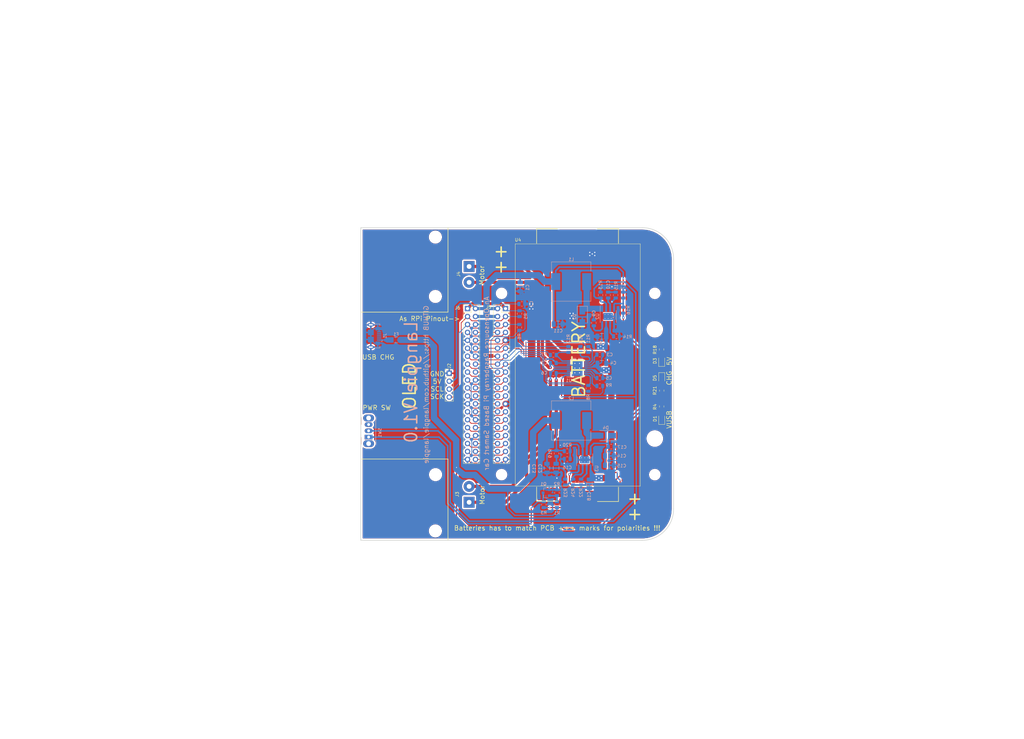
<source format=kicad_pcb>
(kicad_pcb (version 20171130) (host pcbnew "(5.1.5)-3")
  (layers (0 F.Cu signal) (31 B.Cu signal) (34 B.Paste user) (35 F.Paste user) (36 B.SilkS user) (37 F.SilkS user) (38 B.Mask user) (39 F.Mask user) (44 Edge.Cuts user))
  (net 0 "")
  (net 1 "/Battery Charger/BATT")
  (net 2 GND)
  (net 3 "/DC DC Converter/5V")
  (net 4 "Net-(C3-Pad2)")
  (net 5 "Net-(C5-Pad1)")
  (net 6 "/Motor Driver and RPi GPIO/Motor1_B")
  (net 7 "/Motor Driver and RPi GPIO/Motor1_A")
  (net 8 "/Motor Driver and RPi GPIO/Motor2_B")
  (net 9 "/Motor Driver and RPi GPIO/Motor2_A")
  (net 10 "Net-(C9-Pad2)")
  (net 11 "Net-(C9-Pad1)")
  (net 12 "Net-(C10-Pad1)")
  (net 13 "Net-(C10-Pad2)")
  (net 14 "Net-(C12-Pad2)")
  (net 15 "Net-(C14-Pad2)")
  (net 16 "Net-(C16-Pad1)")
  (net 17 "Net-(D1-Pad2)")
  (net 18 "Net-(D3-Pad2)")
  (net 19 "Net-(D4-Pad2)")
  (net 20 "Net-(D5-Pad1)")
  (net 21 "Net-(D5-Pad2)")
  (net 22 /USB_VBUS)
  (net 23 "Net-(J1-Pad2)")
  (net 24 "Net-(J1-Pad4)")
  (net 25 "Net-(J1-Pad3)")
  (net 26 "/Motor Driver and RPi GPIO/SCL.1")
  (net 27 "/Motor Driver and RPi GPIO/SDA.1")
  (net 28 "/Motor Driver and RPi GPIO/3.3V")
  (net 29 "/Motor Driver and RPi GPIO/GPIO.7")
  (net 30 "/Motor Driver and RPi GPIO/TXD")
  (net 31 "/Motor Driver and RPi GPIO/RXD")
  (net 32 "/Motor Driver and RPi GPIO/GPIO.0")
  (net 33 "/Motor Driver and RPi GPIO/GPIO.1")
  (net 34 "/Motor Driver and RPi GPIO/GPIO.2")
  (net 35 "/Motor Driver and RPi GPIO/GPIO.3")
  (net 36 "/Motor Driver and RPi GPIO/GPIO.4")
  (net 37 "/Motor Driver and RPi GPIO/GPIO.5")
  (net 38 "/Motor Driver and RPi GPIO/MOSI")
  (net 39 "/Motor Driver and RPi GPIO/MISO")
  (net 40 "/Motor Driver and RPi GPIO/GPIO.6")
  (net 41 "/Motor Driver and RPi GPIO/SCLK")
  (net 42 "/Motor Driver and RPi GPIO/CE0")
  (net 43 "/Motor Driver and RPi GPIO/CE1")
  (net 44 "/Motor Driver and RPi GPIO/SDA.0")
  (net 45 "/Motor Driver and RPi GPIO/SCL.0")
  (net 46 "/Motor Driver and RPi GPIO/GPIO.21")
  (net 47 "/Motor Driver and RPi GPIO/GPIO.22")
  (net 48 "/Motor Driver and RPi GPIO/GPIO.26")
  (net 49 "/Motor Driver and RPi GPIO/GPIO.23")
  (net 50 "/Motor Driver and RPi GPIO/GPIO.24")
  (net 51 "/Motor Driver and RPi GPIO/GPIO.27")
  (net 52 "/Motor Driver and RPi GPIO/GPIO.25")
  (net 53 "/Motor Driver and RPi GPIO/GPIO.28")
  (net 54 "/Motor Driver and RPi GPIO/GPIO.29")
  (net 55 "Net-(Q1-Pad2)")
  (net 56 "Net-(Q1-Pad3)")
  (net 57 "/Motor Driver and RPi GPIO/nFault")
  (net 58 "/Motor Driver and RPi GPIO/M1_in1")
  (net 59 "/Motor Driver and RPi GPIO/M1_in2")
  (net 60 "/Motor Driver and RPi GPIO/M2_in1")
  (net 61 "/Motor Driver and RPi GPIO/M2_in2")
  (net 62 "/DC DC Converter/EN")
  (net 63 "Net-(R14-Pad1)")
  (net 64 "Net-(R16-Pad2)")
  (net 65 "Net-(R22-Pad1)")
  (net 66 "Net-(R23-Pad2)")
  (net 67 "Net-(SW1-Pad3)")
  (net 68 "Net-(U4-Pad2)")
  (net 69 "Net-(F1-Pad2)")
  (module "" (layer F.Cu) (at 228.865 30.131)
    (fp_text reference "" (at -17.735 90.131) (layer F.SilkS) (effects (font (size 1.27 1.27))))
    (fp_text value "" (at -17.735 90.131) (layer F.SilkS) (effects (font (size 1.27 1.27))))
  )
  (module "" (layer F.Cu) (at 239.765 56.731)
    (fp_text reference "" (at -17.735 90.131) (layer F.SilkS) (effects (font (size 1.27 1.27))))
    (fp_text value "" (at -17.735 90.131) (layer F.SilkS) (effects (font (size 1.27 1.27))))
  )
  (module "" (layer F.Cu) (at 155.065 -23.369)
    (fp_text reference "" (at -17.735 90.131) (layer F.SilkS) (effects (font (size 1.27 1.27))))
    (fp_text value "" (at -17.735 90.131) (layer F.SilkS) (effects (font (size 1.27 1.27))))
  )
  (module "" (layer F.Cu) (at -17.735 90.131)
    (fp_text reference "" (at 173.776 97.321) (layer F.SilkS) (effects (font (size 1.27 1.27))))
    (fp_text value "" (at 173.776 97.321) (layer F.SilkS) (effects (font (size 1.27 1.27))))
  )
  (module Capacitor_SMD:C_0805_2012Metric (layer B.Cu) (at 173.776 97.321)
    (fp_text reference C5 (at 2.921 0) (layer B.SilkS) (effects (justify mirror)))
    (fp_text value 2.2uF)
    (pad 2 smd roundrect (at 0.9375 0) (size 0.975 1.4) (layers B.Cu B.Paste B.Mask) (net 2 GND))
    (pad 1 smd roundrect (at -0.9375 0) (size 0.975 1.4) (layers B.Cu B.Paste B.Mask) (net 5 "Net-(C5-Pad1)"))
  )
  (module Resistor_SMD:R_0805_2012Metric (layer B.Cu) (at 178.856 70.778 90)
    (fp_text reference R15 (at 3.048 0.127 270) (layer B.SilkS) (effects (justify mirror)))
    (fp_text value 100K)
    (pad 1 smd roundrect (at -0.9375 0 90) (size 0.975 1.4) (layers B.Cu B.Paste B.Mask) (net 2 GND))
    (pad 2 smd roundrect (at 0.9375 0 90) (size 0.975 1.4) (layers B.Cu B.Paste B.Mask) (net 13 "Net-(C10-Pad2)"))
  )
  (module Connector_PinHeader_2.54mm:PinHeader_2x20_P2.54mm_Vertical (layer F.Cu) (at 131.485 75.096)
    (fp_text reference J6 (at -3.17 -0.215) (layer F.SilkS))
    (fp_text value Conn_02x20_Odd_Even)
    (pad 1 thru_hole rect (at 0 0) (size 1.7 1.7) (drill 1) (layers *.Cu *.Mask) (net 28 "/Motor Driver and RPi GPIO/3.3V"))
    (pad 2 thru_hole oval (at 2.54 0) (size 1.7 1.7) (drill 1) (layers *.Cu *.Mask) (net 3 "/DC DC Converter/5V"))
    (pad 3 thru_hole oval (at 0 2.54) (size 1.7 1.7) (drill 1) (layers *.Cu *.Mask) (net 27 "/Motor Driver and RPi GPIO/SDA.1"))
    (pad 4 thru_hole oval (at 2.54 2.54) (size 1.7 1.7) (drill 1) (layers *.Cu *.Mask) (net 3 "/DC DC Converter/5V"))
    (pad 5 thru_hole oval (at 0 5.08) (size 1.7 1.7) (drill 1) (layers *.Cu *.Mask) (net 26 "/Motor Driver and RPi GPIO/SCL.1"))
    (pad 6 thru_hole oval (at 2.54 5.08) (size 1.7 1.7) (drill 1) (layers *.Cu *.Mask) (net 2 GND))
    (pad 7 thru_hole oval (at 0 7.62) (size 1.7 1.7) (drill 1) (layers *.Cu *.Mask) (net 29 "/Motor Driver and RPi GPIO/GPIO.7"))
    (pad 8 thru_hole oval (at 2.54 7.62) (size 1.7 1.7) (drill 1) (layers *.Cu *.Mask) (net 30 "/Motor Driver and RPi GPIO/TXD"))
    (pad 9 thru_hole oval (at 0 10.16) (size 1.7 1.7) (drill 1) (layers *.Cu *.Mask) (net 2 GND))
    (pad 10 thru_hole oval (at 2.54 10.16) (size 1.7 1.7) (drill 1) (layers *.Cu *.Mask) (net 31 "/Motor Driver and RPi GPIO/RXD"))
    (pad 11 thru_hole oval (at 0 12.7) (size 1.7 1.7) (drill 1) (layers *.Cu *.Mask) (net 32 "/Motor Driver and RPi GPIO/GPIO.0"))
    (pad 12 thru_hole oval (at 2.54 12.7) (size 1.7 1.7) (drill 1) (layers *.Cu *.Mask) (net 33 "/Motor Driver and RPi GPIO/GPIO.1"))
    (pad 13 thru_hole oval (at 0 15.24) (size 1.7 1.7) (drill 1) (layers *.Cu *.Mask) (net 34 "/Motor Driver and RPi GPIO/GPIO.2"))
    (pad 14 thru_hole oval (at 2.54 15.24) (size 1.7 1.7) (drill 1) (layers *.Cu *.Mask) (net 2 GND))
    (pad 15 thru_hole oval (at 0 17.78) (size 1.7 1.7) (drill 1) (layers *.Cu *.Mask) (net 35 "/Motor Driver and RPi GPIO/GPIO.3"))
    (pad 16 thru_hole oval (at 2.54 17.78) (size 1.7 1.7) (drill 1) (layers *.Cu *.Mask) (net 36 "/Motor Driver and RPi GPIO/GPIO.4"))
    (pad 17 thru_hole oval (at 0 20.32) (size 1.7 1.7) (drill 1) (layers *.Cu *.Mask) (net 28 "/Motor Driver and RPi GPIO/3.3V"))
    (pad 18 thru_hole oval (at 2.54 20.32) (size 1.7 1.7) (drill 1) (layers *.Cu *.Mask) (net 37 "/Motor Driver and RPi GPIO/GPIO.5"))
    (pad 19 thru_hole oval (at 0 22.86) (size 1.7 1.7) (drill 1) (layers *.Cu *.Mask) (net 38 "/Motor Driver and RPi GPIO/MOSI"))
    (pad 20 thru_hole oval (at 2.54 22.86) (size 1.7 1.7) (drill 1) (layers *.Cu *.Mask) (net 2 GND))
    (pad 21 thru_hole oval (at 0 25.4) (size 1.7 1.7) (drill 1) (layers *.Cu *.Mask) (net 39 "/Motor Driver and RPi GPIO/MISO"))
    (pad 22 thru_hole oval (at 2.54 25.4) (size 1.7 1.7) (drill 1) (layers *.Cu *.Mask) (net 40 "/Motor Driver and RPi GPIO/GPIO.6"))
    (pad 23 thru_hole oval (at 0 27.94) (size 1.7 1.7) (drill 1) (layers *.Cu *.Mask) (net 41 "/Motor Driver and RPi GPIO/SCLK"))
    (pad 24 thru_hole oval (at 2.54 27.94) (size 1.7 1.7) (drill 1) (layers *.Cu *.Mask) (net 42 "/Motor Driver and RPi GPIO/CE0"))
    (pad 25 thru_hole oval (at 0 30.48) (size 1.7 1.7) (drill 1) (layers *.Cu *.Mask) (net 2 GND))
    (pad 26 thru_hole oval (at 2.54 30.48) (size 1.7 1.7) (drill 1) (layers *.Cu *.Mask) (net 43 "/Motor Driver and RPi GPIO/CE1"))
    (pad 27 thru_hole oval (at 0 33.02) (size 1.7 1.7) (drill 1) (layers *.Cu *.Mask) (net 44 "/Motor Driver and RPi GPIO/SDA.0"))
    (pad 28 thru_hole oval (at 2.54 33.02) (size 1.7 1.7) (drill 1) (layers *.Cu *.Mask) (net 45 "/Motor Driver and RPi GPIO/SCL.0"))
    (pad 29 thru_hole oval (at 0 35.56) (size 1.7 1.7) (drill 1) (layers *.Cu *.Mask) (net 46 "/Motor Driver and RPi GPIO/GPIO.21"))
    (pad 30 thru_hole oval (at 2.54 35.56) (size 1.7 1.7) (drill 1) (layers *.Cu *.Mask) (net 2 GND))
    (pad 31 thru_hole oval (at 0 38.1) (size 1.7 1.7) (drill 1) (layers *.Cu *.Mask) (net 47 "/Motor Driver and RPi GPIO/GPIO.22"))
    (pad 32 thru_hole oval (at 2.54 38.1) (size 1.7 1.7) (drill 1) (layers *.Cu *.Mask) (net 48 "/Motor Driver and RPi GPIO/GPIO.26"))
    (pad 33 thru_hole oval (at 0 40.64) (size 1.7 1.7) (drill 1) (layers *.Cu *.Mask) (net 49 "/Motor Driver and RPi GPIO/GPIO.23"))
    (pad 34 thru_hole oval (at 2.54 40.64) (size 1.7 1.7) (drill 1) (layers *.Cu *.Mask) (net 2 GND))
    (pad 35 thru_hole oval (at 0 43.18) (size 1.7 1.7) (drill 1) (layers *.Cu *.Mask) (net 50 "/Motor Driver and RPi GPIO/GPIO.24"))
    (pad 36 thru_hole oval (at 2.54 43.18) (size 1.7 1.7) (drill 1) (layers *.Cu *.Mask) (net 51 "/Motor Driver and RPi GPIO/GPIO.27"))
    (pad 37 thru_hole oval (at 0 45.72) (size 1.7 1.7) (drill 1) (layers *.Cu *.Mask) (net 52 "/Motor Driver and RPi GPIO/GPIO.25"))
    (pad 38 thru_hole oval (at 2.54 45.72) (size 1.7 1.7) (drill 1) (layers *.Cu *.Mask) (net 53 "/Motor Driver and RPi GPIO/GPIO.28"))
    (pad 39 thru_hole oval (at 0 48.26) (size 1.7 1.7) (drill 1) (layers *.Cu *.Mask) (net 2 GND))
    (pad 40 thru_hole oval (at 2.54 48.26) (size 1.7 1.7) (drill 1) (layers *.Cu *.Mask) (net 54 "/Motor Driver and RPi GPIO/GPIO.29"))
  )
  (module "" (layer F.Cu) (at 166.315 82.931)
    (fp_text reference "" (at 142.865 84.281) (layer F.SilkS) (effects (font (size 1.27 1.27))))
    (fp_text value "" (at 142.865 84.281) (layer F.SilkS) (effects (font (size 1.27 1.27))))
    (fp_text user OLED (at -53.4 16.9 270) (layer F.SilkS) (effects (font (size 4 4) (thickness 0.5))))
  )
  (module "" (layer F.Cu) (at 165.765 83.431)
    (fp_text reference "" (at 119.465 129.081) (layer F.SilkS) (effects (font (size 1.27 1.27))))
    (fp_text value "" (at 119.465 129.081) (layer F.SilkS) (effects (font (size 1.27 1.27))))
    (fp_text user "Langpie V1.0" (at -52.35 15.2 90) (layer B.SilkS) (effects (font (size 4 4) (thickness 0.5)) (justify mirror)))
  )
  (module MountingHole:MountingHole_2.7mm_M2.5 (layer F.Cu) (at 142.365 128.231)
    (fp_text reference " " (at 0 -3.7) (layer F.SilkS))
    (fp_text value MountingHole_2.7mm_M2.5)
    (pad 1 np_thru_hole circle (at 0 0) (size 2.7 2.7) (drill 2.7) (layers *.Cu *.Mask))
  )
  (module MountingHole:MountingHole_4.3mm_M4 (layer F.Cu) (at 191.365 116.681)
    (fp_text reference " " (at 0 -5.3) (layer F.SilkS))
    (fp_text value MountingHole_4.3mm_M4)
    (pad 1 np_thru_hole circle (at 0 0) (size 4.3 4.3) (drill 4.3) (layers *.Cu *.Mask))
  )
  (module MountingHole:MountingHole_4.3mm_M4 (layer F.Cu) (at 191.365 81.731)
    (fp_text reference " " (at 0 -5.3) (layer F.SilkS))
    (fp_text value MountingHole_4.3mm_M4)
    (pad 1 np_thru_hole circle (at 0 0) (size 4.3 4.3) (drill 4.3) (layers *.Cu *.Mask))
  )
  (module MountingHole:MountingHole_2.7mm_M2.5 (layer F.Cu) (at 191.365 70.231)
    (fp_text reference " " (at 0 -3.7) (layer F.SilkS))
    (fp_text value MountingHole_2.7mm_M2.5)
    (pad 1 np_thru_hole circle (at 0 0) (size 2.7 2.7) (drill 2.7) (layers *.Cu *.Mask))
  )
  (module MountingHole:MountingHole_2.7mm_M2.5 (layer F.Cu) (at 191.365 128.231)
    (fp_text reference " " (at 11.6 -5.45) (layer F.SilkS))
    (fp_text value MountingHole_2.7mm_M2.5)
    (pad 1 np_thru_hole circle (at 0 0) (size 2.7 2.7) (drill 2.7) (layers *.Cu *.Mask))
  )
  (module MountingHole:MountingHole_2.7mm_M2.5 (layer F.Cu) (at 142.365 70.231)
    (fp_text reference " " (at 0 -3.7) (layer F.SilkS))
    (fp_text value MountingHole_2.7mm_M2.5)
    (pad 1 np_thru_hole circle (at 0 0) (size 2.7 2.7) (drill 2.7) (layers *.Cu *.Mask))
  )
  (module MountingHole:MountingHole_3.2mm_M3 (layer F.Cu) (at 121.215 52.231)
    (fp_text reference " " (at 0 -4.2) (layer F.SilkS))
    (fp_text value MountingHole_3.2mm_M3)
    (pad 1 np_thru_hole circle (at 0 0) (size 3.2 3.2) (drill 3.2) (layers *.Cu *.Mask))
  )
  (module MountingHole:MountingHole_3.2mm_M3 (layer F.Cu) (at 121.215 71.231)
    (fp_text reference " " (at 0 -4.2) (layer F.SilkS))
    (fp_text value MountingHole_3.2mm_M3)
    (pad 1 np_thru_hole circle (at 0 0) (size 3.2 3.2) (drill 3.2) (layers *.Cu *.Mask))
  )
  (module MountingHole:MountingHole_3.2mm_M3 (layer F.Cu) (at 121.265 128.231)
    (fp_text reference " " (at 0 -4.2) (layer F.SilkS))
    (fp_text value MountingHole_3.2mm_M3)
    (pad 1 np_thru_hole circle (at 0 0) (size 3.2 3.2) (drill 3.2) (layers *.Cu *.Mask))
  )
  (module MountingHole:MountingHole_3.2mm_M3 (layer F.Cu) (at 121.215 146.231)
    (fp_text reference " " (at 0 -4.2) (layer F.SilkS))
    (fp_text value MountingHole_3.2mm_M3)
    (pad 1 np_thru_hole circle (at 0 0) (size 3.2 3.2) (drill 3.2) (layers *.Cu *.Mask))
  )
  (module Capacitor_SMD:C_1206_3216Metric (layer B.Cu) (at 148.315 68.131 90)
    (fp_text reference C1 (at -0.25 2.35 90) (layer B.SilkS) (effects (justify mirror)))
    (fp_text value 10nF)
    (pad 2 smd roundrect (at 1.4 0 90) (size 1.25 1.75) (layers B.Cu B.Paste B.Mask) (roundrect_rratio 0.2) (net 3 "/DC DC Converter/5V"))
    (pad 1 smd roundrect (at -1.4 0 90) (size 1.25 1.75) (layers B.Cu B.Paste B.Mask) (roundrect_rratio 0.2) (net 2 GND))
  )
  (module Capacitor_SMD:C_0805_2012Metric (layer B.Cu) (at 148.865 73.631 180)
    (fp_text reference C2 (at -3.05 0 90) (layer B.SilkS) (effects (justify mirror)))
    (fp_text value 100nF)
    (pad 1 smd roundrect (at -0.9375 0 180) (size 0.975 1.4) (layers B.Cu B.Paste B.Mask) (net 2 GND))
    (pad 2 smd roundrect (at 0.9375 0 180) (size 0.975 1.4) (layers B.Cu B.Paste B.Mask) (net 3 "/DC DC Converter/5V"))
  )
  (module Capacitor_SMD:C_0805_2012Metric (layer B.Cu) (at 173.776 89.828 180)
    (fp_text reference C3 (at -3.175 0) (layer B.SilkS) (effects (justify mirror)))
    (fp_text value 10nF)
    (pad 1 smd roundrect (at -0.9375 0 180) (size 0.975 1.4) (layers B.Cu B.Paste B.Mask) (net 1 "/Battery Charger/BATT"))
    (pad 2 smd roundrect (at 0.9375 0 180) (size 0.975 1.4) (layers B.Cu B.Paste B.Mask) (net 4 "Net-(C3-Pad2)"))
  )
  (module Capacitor_SMD:C_1206_3216Metric (layer B.Cu) (at 174.411 92.622 180)
    (fp_text reference C4 (at -3.683 0.127) (layer B.SilkS) (effects (justify mirror)))
    (fp_text value 10uF)
    (pad 1 smd roundrect (at -1.4 0 180) (size 1.25 1.75) (layers B.Cu B.Paste B.Mask) (roundrect_rratio 0.2) (net 2 GND))
    (pad 2 smd roundrect (at 1.4 0 180) (size 1.25 1.75) (layers B.Cu B.Paste B.Mask) (roundrect_rratio 0.2) (net 1 "/Battery Charger/BATT"))
  )
  (module Capacitor_SMD:C_0805_2012Metric (layer B.Cu) (at 158.917 95.797 180)
    (fp_text reference C6 (at 2.921 0.127) (layer B.SilkS) (effects (justify mirror)))
    (fp_text value 100nF)
    (pad 2 smd roundrect (at 0.9375 0 180) (size 0.975 1.4) (layers B.Cu B.Paste B.Mask) (net 6 "/Motor Driver and RPi GPIO/Motor1_B"))
    (pad 1 smd roundrect (at -0.9375 0 180) (size 0.975 1.4) (layers B.Cu B.Paste B.Mask) (net 7 "/Motor Driver and RPi GPIO/Motor1_A"))
  )
  (module Capacitor_SMD:C_0805_2012Metric (layer B.Cu) (at 158.917 92.495)
    (fp_text reference C7 (at -2.921 0) (layer B.SilkS) (effects (justify mirror)))
    (fp_text value 100nF)
    (pad 1 smd roundrect (at -0.9375 0) (size 0.975 1.4) (layers B.Cu B.Paste B.Mask) (net 8 "/Motor Driver and RPi GPIO/Motor2_B"))
    (pad 2 smd roundrect (at 0.9375 0) (size 0.975 1.4) (layers B.Cu B.Paste B.Mask) (net 9 "/Motor Driver and RPi GPIO/Motor2_A"))
  )
  (module Capacitor_SMD:C_1206_3216Metric (layer B.Cu) (at 174.411 83.986)
    (fp_text reference C8 (at 0.127 2.159) (layer B.SilkS) (effects (justify mirror)))
    (fp_text value 10uF)
    (pad 1 smd roundrect (at -1.4 0) (size 1.25 1.75) (layers B.Cu B.Paste B.Mask) (roundrect_rratio 0.2) (net 2 GND))
    (pad 2 smd roundrect (at 1.4 0) (size 1.25 1.75) (layers B.Cu B.Paste B.Mask) (roundrect_rratio 0.2) (net 1 "/Battery Charger/BATT"))
  )
  (module Capacitor_SMD:C_0805_2012Metric (layer B.Cu) (at 171.871 79.668 270)
    (fp_text reference C9 (at -3.048 0 270) (layer B.SilkS) (effects (justify mirror)))
    (fp_text value 100nF)
    (pad 2 smd roundrect (at 0.9375 0 270) (size 0.975 1.4) (layers B.Cu B.Paste B.Mask) (net 10 "Net-(C9-Pad2)"))
    (pad 1 smd roundrect (at -0.9375 0 270) (size 0.975 1.4) (layers B.Cu B.Paste B.Mask) (net 11 "Net-(C9-Pad1)"))
  )
  (module Capacitor_SMD:C_0805_2012Metric (layer B.Cu) (at 176.443 70.778 90)
    (fp_text reference C10 (at 3.302 0 270) (layer B.SilkS) (effects (justify mirror)))
    (fp_text value 150pF)
    (pad 1 smd roundrect (at -0.9375 0 90) (size 0.975 1.4) (layers B.Cu B.Paste B.Mask) (net 12 "Net-(C10-Pad1)"))
    (pad 2 smd roundrect (at 0.9375 0 90) (size 0.975 1.4) (layers B.Cu B.Paste B.Mask) (net 13 "Net-(C10-Pad2)"))
  )
  (module Capacitor_SMD:C_1206_3216Metric (layer B.Cu) (at 160.441 80.049)
    (fp_text reference C11 (at 0 2.159) (layer B.SilkS) (effects (justify mirror)))
    (fp_text value 22uF)
    (pad 2 smd roundrect (at 1.4 0) (size 1.25 1.75) (layers B.Cu B.Paste B.Mask) (roundrect_rratio 0.2) (net 2 GND))
    (pad 1 smd roundrect (at -1.4 0) (size 1.25 1.75) (layers B.Cu B.Paste B.Mask) (roundrect_rratio 0.2) (net 3 "/DC DC Converter/5V"))
  )
  (module Capacitor_SMD:C_1206_3216Metric (layer B.Cu) (at 159.806 126.15 90)
    (fp_text reference C12 (at -0.127 -5.08 90) (layer B.SilkS) (effects (justify mirror)))
    (fp_text value 10uF)
    (pad 2 smd roundrect (at 1.4 0 90) (size 1.25 1.75) (layers B.Cu B.Paste B.Mask) (roundrect_rratio 0.2) (net 14 "Net-(C12-Pad2)"))
    (pad 1 smd roundrect (at -1.4 0 90) (size 1.25 1.75) (layers B.Cu B.Paste B.Mask) (roundrect_rratio 0.2) (net 2 GND))
  )
  (module Capacitor_SMD:C_1206_3216Metric (layer B.Cu) (at 156.885 126.15 90)
    (fp_text reference C13 (at -0.127 -4.064 90) (layer B.SilkS) (effects (justify mirror)))
    (fp_text value 22uF)
    (pad 1 smd roundrect (at -1.4 0 90) (size 1.25 1.75) (layers B.Cu B.Paste B.Mask) (roundrect_rratio 0.2) (net 2 GND))
    (pad 2 smd roundrect (at 1.4 0 90) (size 1.25 1.75) (layers B.Cu B.Paste B.Mask) (roundrect_rratio 0.2) (net 22 /USB_VBUS))
  )
  (module Capacitor_SMD:C_1206_3216Metric (layer B.Cu) (at 176.824 122.213 180)
    (fp_text reference C14 (at -3.937 0 180) (layer B.SilkS) (effects (justify mirror)))
    (fp_text value 22uF)
    (pad 2 smd roundrect (at 1.4 0 180) (size 1.25 1.75) (layers B.Cu B.Paste B.Mask) (roundrect_rratio 0.2) (net 15 "Net-(C14-Pad2)"))
    (pad 1 smd roundrect (at -1.4 0 180) (size 1.25 1.75) (layers B.Cu B.Paste B.Mask) (roundrect_rratio 0.2) (net 2 GND))
  )
  (module Capacitor_SMD:C_1206_3216Metric (layer B.Cu) (at 176.824 125.261 180)
    (fp_text reference C15 (at -3.937 -0.127 180) (layer B.SilkS) (effects (justify mirror)))
    (fp_text value 22uF)
    (pad 1 smd roundrect (at -1.4 0 180) (size 1.25 1.75) (layers B.Cu B.Paste B.Mask) (roundrect_rratio 0.2) (net 2 GND))
    (pad 2 smd roundrect (at 1.4 0 180) (size 1.25 1.75) (layers B.Cu B.Paste B.Mask) (roundrect_rratio 0.2) (net 15 "Net-(C14-Pad2)"))
  )
  (module Capacitor_SMD:C_0805_2012Metric (layer B.Cu) (at 163.362 123.229 180)
    (fp_text reference C16 (at 0 -2.702 180) (layer B.SilkS) (effects (justify mirror)))
    (fp_text value 1uF)
    (pad 2 smd roundrect (at 0.9375 0 180) (size 0.975 1.4) (layers B.Cu B.Paste B.Mask) (net 2 GND))
    (pad 1 smd roundrect (at -0.9375 0 180) (size 0.975 1.4) (layers B.Cu B.Paste B.Mask) (net 16 "Net-(C16-Pad1)"))
  )
  (module Capacitor_SMD:C_0805_2012Metric (layer B.Cu) (at 177.424 119.292 180)
    (fp_text reference C17 (at -3.471 -0.127 180) (layer B.SilkS) (effects (justify mirror)))
    (fp_text value 1uF)
    (pad 1 smd roundrect (at -0.9375 0 180) (size 0.975 1.4) (layers B.Cu B.Paste B.Mask) (net 2 GND))
    (pad 2 smd roundrect (at 0.9375 0 180) (size 0.975 1.4) (layers B.Cu B.Paste B.Mask) (net 15 "Net-(C14-Pad2)"))
  )
  (module Capacitor_SMD:C_1206_3216Metric (layer B.Cu) (at 170.474 131.195 270)
    (fp_text reference C18 (at 3.937 0.127 90) (layer B.SilkS) (effects (justify mirror)))
    (fp_text value 10uF)
    (pad 1 smd roundrect (at -1.4 0 270) (size 1.25 1.75) (layers B.Cu B.Paste B.Mask) (roundrect_rratio 0.2) (net 1 "/Battery Charger/BATT"))
    (pad 2 smd roundrect (at 1.4 0 270) (size 1.25 1.75) (layers B.Cu B.Paste B.Mask) (roundrect_rratio 0.2) (net 2 GND))
  )
  (module LED_SMD:LED_0805_2012Metric (layer F.Cu) (at 193.574 110.48 90)
    (fp_text reference D1 (at 0.127 -2.159 90) (layer F.SilkS))
    (fp_text value LED)
    (pad 1 smd roundrect (at -0.9375 0 90) (size 0.975 1.4) (layers F.Cu F.Paste F.Mask) (net 2 GND))
    (pad 2 smd roundrect (at 0.9375 0 90) (size 0.975 1.4) (layers F.Cu F.Paste F.Mask) (net 17 "Net-(D1-Pad2)"))
  )
  (module Diode_SMD:D_SMA (layer B.Cu) (at 168.188 77.763 270)
    (fp_text reference D2 (at 0 2.5 270) (layer B.SilkS) (effects (justify mirror)))
    (fp_text value B340A-13-F)
    (pad 2 smd rect (at 2 0 270) (size 2.5 1.8) (layers B.Cu B.Paste B.Mask) (net 2 GND))
    (pad 1 smd rect (at -2 0 270) (size 2.5 1.8) (layers B.Cu B.Paste B.Mask) (net 11 "Net-(C9-Pad1)"))
  )
  (module LED_SMD:LED_0805_2012Metric (layer F.Cu) (at 193.547 91.9035 90)
    (fp_text reference D3 (at 0.0485 -2.159 90) (layer F.SilkS))
    (fp_text value LED)
    (pad 2 smd roundrect (at 0.9375 0 90) (size 0.975 1.4) (layers F.Cu F.Paste F.Mask) (net 18 "Net-(D3-Pad2)"))
    (pad 1 smd roundrect (at -0.9375 0 90) (size 0.975 1.4) (layers F.Cu F.Paste F.Mask) (net 2 GND))
  )
  (module Diode_SMD:D_SMA (layer B.Cu) (at 175.681 115.736 180)
    (fp_text reference D4 (at 0 2.5 180) (layer B.SilkS) (effects (justify mirror)))
    (fp_text value B340A-13-F)
    (pad 1 smd rect (at -2 0 180) (size 2.5 1.8) (layers B.Cu B.Paste B.Mask) (net 15 "Net-(C14-Pad2)"))
    (pad 2 smd rect (at 2 0 180) (size 2.5 1.8) (layers B.Cu B.Paste B.Mask) (net 19 "Net-(D4-Pad2)"))
  )
  (module LED_SMD:LED_0805_2012Metric (layer F.Cu) (at 193.583 97.285 270)
    (fp_text reference D5 (at 0.046 2.218 90) (layer F.SilkS))
    (fp_text value LED)
    (pad 1 smd roundrect (at -0.9375 0 270) (size 0.975 1.4) (layers F.Cu F.Paste F.Mask) (net 20 "Net-(D5-Pad1)"))
    (pad 2 smd roundrect (at 0.9375 0 270) (size 0.975 1.4) (layers F.Cu F.Paste F.Mask) (net 21 "Net-(D5-Pad2)"))
  )
  (module Fuse:Fuse_1206_3216Metric (layer B.Cu) (at 108.622 85.129 180)
    (fp_text reference F1 (at 0 1.82) (layer B.SilkS) (effects (justify mirror)))
    (fp_text value Fuse)
    (pad 1 smd roundrect (at -1.4 0 180) (size 1.25 1.75) (layers B.Cu B.Paste B.Mask) (roundrect_rratio 0.2) (net 22 /USB_VBUS))
    (pad 2 smd roundrect (at 1.4 0 180) (size 1.25 1.75) (layers B.Cu B.Paste B.Mask) (roundrect_rratio 0.2) (net 69 "Net-(F1-Pad2)"))
  )
  (module Connector_USB:USB_Micro-B_GCT_USB3076-30-A (layer B.Cu) (at 101.767 83.859 90)
    (fp_text reference J1 (at 0 3.3 270) (layer B.SilkS) (effects (justify mirror)))
    (fp_text value USB_B_Micro)
    (pad 6 smd rect (at 1.125 -1.2 90) (size 1.75 1.9) (layers B.Cu B.Paste B.Mask) (net 2 GND))
    (pad 2 smd rect (at -0.65 1.45 90) (size 0.4 1.4) (layers B.Cu B.Paste B.Mask) (net 23 "Net-(J1-Pad2)"))
    (pad 1 smd rect (at -1.3 1.45 90) (size 0.4 1.4) (layers B.Cu B.Paste B.Mask) (net 69 "Net-(F1-Pad2)"))
    (pad 5 smd rect (at 1.3 1.45 90) (size 0.4 1.4) (layers B.Cu B.Paste B.Mask) (net 2 GND))
    (pad 4 smd rect (at 0.65 1.45 90) (size 0.4 1.4) (layers B.Cu B.Paste B.Mask) (net 24 "Net-(J1-Pad4)"))
    (pad 3 smd rect (at 0 1.45 90) (size 0.4 1.4) (layers B.Cu B.Paste B.Mask) (net 25 "Net-(J1-Pad3)"))
    (pad 6 smd rect (at -1.125 -1.2 90) (size 1.75 1.9) (layers B.Cu B.Paste B.Mask) (net 2 GND))
    (pad 6 thru_hole oval (at -3.575 -1.2 270) (size 1.05 1.9) (drill oval 0.45 1.25) (layers *.Cu *.Mask) (net 2 GND))
    (pad 6 thru_hole oval (at 3.575 -1.2 90) (size 1.05 1.9) (drill oval 0.45 1.25) (layers *.Cu *.Mask) (net 2 GND))
    (pad 6 smd rect (at 2.32 1.03 90) (size 1.15 1.45) (layers B.Cu B.Paste B.Mask) (net 2 GND))
    (pad 6 smd rect (at -2.32 1.03 90) (size 1.15 1.45) (layers B.Cu B.Paste B.Mask) (net 2 GND))
  )
  (module Connector_PinHeader_2.54mm:PinHeader_1x04_P2.54mm_Vertical (layer F.Cu) (at 125.643 95.797)
    (fp_text reference J2 (at 0 -2.33 90) (layer F.SilkS))
    (fp_text value Conn_01x04)
    (pad 1 thru_hole rect (at 0 0) (size 1.7 1.7) (drill 1) (layers *.Cu *.Mask) (net 2 GND))
    (pad 2 thru_hole oval (at 0 2.54) (size 1.7 1.7) (drill 1) (layers *.Cu *.Mask) (net 3 "/DC DC Converter/5V"))
    (pad 3 thru_hole oval (at 0 5.08) (size 1.7 1.7) (drill 1) (layers *.Cu *.Mask) (net 26 "/Motor Driver and RPi GPIO/SCL.1"))
    (pad 4 thru_hole oval (at 0 7.62) (size 1.7 1.7) (drill 1) (layers *.Cu *.Mask) (net 27 "/Motor Driver and RPi GPIO/SDA.1"))
  )
  (module Connector_Wire:SolderWirePad_1x02_P5.08mm_Drill1.5mm (layer F.Cu) (at 131.993 137.072 90)
    (fp_text reference J3 (at 2.54 -3.81 90) (layer F.SilkS))
    (fp_text value Conn_01x02)
    (pad 1 thru_hole rect (at 0 0 90) (size 3.50012 3.50012) (drill 1.50114) (layers *.Cu *.Mask) (net 7 "/Motor Driver and RPi GPIO/Motor1_A"))
    (pad 2 thru_hole circle (at 5.08 0 90) (size 3.50012 3.50012) (drill 1.50114) (layers *.Cu *.Mask) (net 6 "/Motor Driver and RPi GPIO/Motor1_B"))
  )
  (module Connector_Wire:SolderWirePad_1x02_P5.08mm_Drill1.5mm (layer F.Cu) (at 131.993 61.634 270)
    (fp_text reference J4 (at 2.447 3.378 90) (layer F.SilkS))
    (fp_text value Conn_01x02)
    (pad 2 thru_hole circle (at 5.08 0 270) (size 3.50012 3.50012) (drill 1.50114) (layers *.Cu *.Mask) (net 8 "/Motor Driver and RPi GPIO/Motor2_B"))
    (pad 1 thru_hole rect (at 0 0 270) (size 3.50012 3.50012) (drill 1.50114) (layers *.Cu *.Mask) (net 9 "/Motor Driver and RPi GPIO/Motor2_A"))
  )
  (module Connector_PinSocket_2.54mm:PinSocket_2x20_P2.54mm_Vertical (layer F.Cu) (at 143.625 75.101)
    (fp_text reference J5 (at -5.41 -0.47) (layer F.SilkS))
    (fp_text value Conn_02x20_Odd_Even)
    (pad 1 thru_hole rect (at 0 0) (size 1.7 1.7) (drill 1) (layers *.Cu *.Mask) (net 28 "/Motor Driver and RPi GPIO/3.3V"))
    (pad 2 thru_hole oval (at -2.54 0) (size 1.7 1.7) (drill 1) (layers *.Cu *.Mask) (net 3 "/DC DC Converter/5V"))
    (pad 3 thru_hole oval (at 0 2.54) (size 1.7 1.7) (drill 1) (layers *.Cu *.Mask) (net 27 "/Motor Driver and RPi GPIO/SDA.1"))
    (pad 4 thru_hole oval (at -2.54 2.54) (size 1.7 1.7) (drill 1) (layers *.Cu *.Mask) (net 3 "/DC DC Converter/5V"))
    (pad 5 thru_hole oval (at 0 5.08) (size 1.7 1.7) (drill 1) (layers *.Cu *.Mask) (net 26 "/Motor Driver and RPi GPIO/SCL.1"))
    (pad 6 thru_hole oval (at -2.54 5.08) (size 1.7 1.7) (drill 1) (layers *.Cu *.Mask) (net 2 GND))
    (pad 7 thru_hole oval (at 0 7.62) (size 1.7 1.7) (drill 1) (layers *.Cu *.Mask) (net 29 "/Motor Driver and RPi GPIO/GPIO.7"))
    (pad 8 thru_hole oval (at -2.54 7.62) (size 1.7 1.7) (drill 1) (layers *.Cu *.Mask) (net 30 "/Motor Driver and RPi GPIO/TXD"))
    (pad 9 thru_hole oval (at 0 10.16) (size 1.7 1.7) (drill 1) (layers *.Cu *.Mask) (net 2 GND))
    (pad 10 thru_hole oval (at -2.54 10.16) (size 1.7 1.7) (drill 1) (layers *.Cu *.Mask) (net 31 "/Motor Driver and RPi GPIO/RXD"))
    (pad 11 thru_hole oval (at 0 12.7) (size 1.7 1.7) (drill 1) (layers *.Cu *.Mask) (net 32 "/Motor Driver and RPi GPIO/GPIO.0"))
    (pad 12 thru_hole oval (at -2.54 12.7) (size 1.7 1.7) (drill 1) (layers *.Cu *.Mask) (net 33 "/Motor Driver and RPi GPIO/GPIO.1"))
    (pad 13 thru_hole oval (at 0 15.24) (size 1.7 1.7) (drill 1) (layers *.Cu *.Mask) (net 34 "/Motor Driver and RPi GPIO/GPIO.2"))
    (pad 14 thru_hole oval (at -2.54 15.24) (size 1.7 1.7) (drill 1) (layers *.Cu *.Mask) (net 2 GND))
    (pad 15 thru_hole oval (at 0 17.78) (size 1.7 1.7) (drill 1) (layers *.Cu *.Mask) (net 35 "/Motor Driver and RPi GPIO/GPIO.3"))
    (pad 16 thru_hole oval (at -2.54 17.78) (size 1.7 1.7) (drill 1) (layers *.Cu *.Mask) (net 36 "/Motor Driver and RPi GPIO/GPIO.4"))
    (pad 17 thru_hole oval (at 0 20.32) (size 1.7 1.7) (drill 1) (layers *.Cu *.Mask) (net 28 "/Motor Driver and RPi GPIO/3.3V"))
    (pad 18 thru_hole oval (at -2.54 20.32) (size 1.7 1.7) (drill 1) (layers *.Cu *.Mask) (net 37 "/Motor Driver and RPi GPIO/GPIO.5"))
    (pad 19 thru_hole oval (at 0 22.86) (size 1.7 1.7) (drill 1) (layers *.Cu *.Mask) (net 38 "/Motor Driver and RPi GPIO/MOSI"))
    (pad 20 thru_hole oval (at -2.54 22.86) (size 1.7 1.7) (drill 1) (layers *.Cu *.Mask) (net 2 GND))
    (pad 21 thru_hole oval (at 0 25.4) (size 1.7 1.7) (drill 1) (layers *.Cu *.Mask) (net 39 "/Motor Driver and RPi GPIO/MISO"))
    (pad 22 thru_hole oval (at -2.54 25.4) (size 1.7 1.7) (drill 1) (layers *.Cu *.Mask) (net 40 "/Motor Driver and RPi GPIO/GPIO.6"))
    (pad 23 thru_hole oval (at 0 27.94) (size 1.7 1.7) (drill 1) (layers *.Cu *.Mask) (net 41 "/Motor Driver and RPi GPIO/SCLK"))
    (pad 24 thru_hole oval (at -2.54 27.94) (size 1.7 1.7) (drill 1) (layers *.Cu *.Mask) (net 42 "/Motor Driver and RPi GPIO/CE0"))
    (pad 25 thru_hole oval (at 0 30.48) (size 1.7 1.7) (drill 1) (layers *.Cu *.Mask) (net 2 GND))
    (pad 26 thru_hole oval (at -2.54 30.48) (size 1.7 1.7) (drill 1) (layers *.Cu *.Mask) (net 43 "/Motor Driver and RPi GPIO/CE1"))
    (pad 27 thru_hole oval (at 0 33.02) (size 1.7 1.7) (drill 1) (layers *.Cu *.Mask) (net 44 "/Motor Driver and RPi GPIO/SDA.0"))
    (pad 28 thru_hole oval (at -2.54 33.02) (size 1.7 1.7) (drill 1) (layers *.Cu *.Mask) (net 45 "/Motor Driver and RPi GPIO/SCL.0"))
    (pad 29 thru_hole oval (at 0 35.56) (size 1.7 1.7) (drill 1) (layers *.Cu *.Mask) (net 46 "/Motor Driver and RPi GPIO/GPIO.21"))
    (pad 30 thru_hole oval (at -2.54 35.56) (size 1.7 1.7) (drill 1) (layers *.Cu *.Mask) (net 2 GND))
    (pad 31 thru_hole oval (at 0 38.1) (size 1.7 1.7) (drill 1) (layers *.Cu *.Mask) (net 47 "/Motor Driver and RPi GPIO/GPIO.22"))
    (pad 32 thru_hole oval (at -2.54 38.1) (size 1.7 1.7) (drill 1) (layers *.Cu *.Mask) (net 48 "/Motor Driver and RPi GPIO/GPIO.26"))
    (pad 33 thru_hole oval (at 0 40.64) (size 1.7 1.7) (drill 1) (layers *.Cu *.Mask) (net 49 "/Motor Driver and RPi GPIO/GPIO.23"))
    (pad 34 thru_hole oval (at -2.54 40.64) (size 1.7 1.7) (drill 1) (layers *.Cu *.Mask) (net 2 GND))
    (pad 35 thru_hole oval (at 0 43.18) (size 1.7 1.7) (drill 1) (layers *.Cu *.Mask) (net 50 "/Motor Driver and RPi GPIO/GPIO.24"))
    (pad 36 thru_hole oval (at -2.54 43.18) (size 1.7 1.7) (drill 1) (layers *.Cu *.Mask) (net 51 "/Motor Driver and RPi GPIO/GPIO.27"))
    (pad 37 thru_hole oval (at 0 45.72) (size 1.7 1.7) (drill 1) (layers *.Cu *.Mask) (net 52 "/Motor Driver and RPi GPIO/GPIO.25"))
    (pad 38 thru_hole oval (at -2.54 45.72) (size 1.7 1.7) (drill 1) (layers *.Cu *.Mask) (net 53 "/Motor Driver and RPi GPIO/GPIO.28"))
    (pad 39 thru_hole oval (at 0 48.26) (size 1.7 1.7) (drill 1) (layers *.Cu *.Mask) (net 2 GND))
    (pad 40 thru_hole oval (at -2.54 48.26) (size 1.7 1.7) (drill 1) (layers *.Cu *.Mask) (net 54 "/Motor Driver and RPi GPIO/GPIO.29"))
  )
  (module Inductor_SMD:L_12x12mm_H6mm (layer B.Cu) (at 164.632 66.46 180)
    (fp_text reference L1 (at 0 7.1) (layer B.SilkS) (effects (justify mirror)))
    (fp_text value 15uH)
    (pad 1 smd rect (at -4.95 0 180) (size 2.9 5.4) (layers B.Cu B.Paste B.Mask) (net 11 "Net-(C9-Pad1)"))
    (pad 2 smd rect (at 4.95 0 180) (size 2.9 5.4) (layers B.Cu B.Paste B.Mask) (net 3 "/DC DC Converter/5V"))
  )
  (module Inductor_SMD:L_12x12mm_H6mm (layer B.Cu) (at 164.632 110.91 180)
    (fp_text reference L2 (at 0 7.1) (layer B.SilkS) (effects (justify mirror)))
    (fp_text value 2.2uH)
    (pad 2 smd rect (at 4.95 0 180) (size 2.9 5.4) (layers B.Cu B.Paste B.Mask) (net 22 /USB_VBUS))
    (pad 1 smd rect (at -4.95 0 180) (size 2.9 5.4) (layers B.Cu B.Paste B.Mask) (net 19 "Net-(D4-Pad2)"))
  )
  (module Package_TO_SOT_SMD:SOT-23 (layer B.Cu) (at 156.631 134.024 180)
    (fp_text reference Q1 (at 0.889 2.794) (layer B.SilkS) (effects (justify mirror)))
    (fp_text value 2N7000)
    (pad 1 smd rect (at -1 0.95 180) (size 0.9 0.8) (layers B.Cu B.Paste B.Mask) (net 2 GND))
    (pad 2 smd rect (at -1 -0.95 180) (size 0.9 0.8) (layers B.Cu B.Paste B.Mask) (net 55 "Net-(Q1-Pad2)"))
    (pad 3 smd rect (at 1 0 180) (size 0.9 0.8) (layers B.Cu B.Paste B.Mask) (net 56 "Net-(Q1-Pad3)"))
  )
  (module Resistor_SMD:R_0805_2012Metric (layer B.Cu) (at 160.06 137.834 90)
    (fp_text reference R1 (at -2.667 0) (layer B.SilkS) (effects (justify mirror)))
    (fp_text value 1K)
    (pad 2 smd roundrect (at 0.9375 0 90) (size 0.975 1.4) (layers B.Cu B.Paste B.Mask) (net 55 "Net-(Q1-Pad2)"))
    (pad 1 smd roundrect (at -0.9375 0 90) (size 0.975 1.4) (layers B.Cu B.Paste B.Mask) (net 22 /USB_VBUS))
  )
  (module Resistor_SMD:R_0805_2012Metric (layer B.Cu) (at 160.06 134.024 90)
    (fp_text reference R2 (at 2.794 0) (layer B.SilkS) (effects (justify mirror)))
    (fp_text value 47K)
    (pad 2 smd roundrect (at 0.9375 0 90) (size 0.975 1.4) (layers B.Cu B.Paste B.Mask) (net 2 GND))
    (pad 1 smd roundrect (at -0.9375 0 90) (size 0.975 1.4) (layers B.Cu B.Paste B.Mask) (net 55 "Net-(Q1-Pad2)"))
  )
  (module Resistor_SMD:R_0805_2012Metric (layer B.Cu) (at 155.869 137.834 270)
    (fp_text reference R3 (at 2.54 0) (layer B.SilkS) (effects (justify mirror)))
    (fp_text value 10K)
    (pad 2 smd roundrect (at 0.9375 0 270) (size 0.975 1.4) (layers B.Cu B.Paste B.Mask) (net 1 "/Battery Charger/BATT"))
    (pad 1 smd roundrect (at -0.9375 0 270) (size 0.975 1.4) (layers B.Cu B.Paste B.Mask) (net 56 "Net-(Q1-Pad3)"))
  )
  (module Resistor_SMD:R_0805_2012Metric (layer F.Cu) (at 193.574 106.416 270)
    (fp_text reference R4 (at 0.127 2.159 90) (layer F.SilkS))
    (fp_text value 1K)
    (pad 1 smd roundrect (at -0.9375 0 270) (size 0.975 1.4) (layers F.Cu F.Paste F.Mask) (net 22 /USB_VBUS))
    (pad 2 smd roundrect (at 0.9375 0 270) (size 0.975 1.4) (layers F.Cu F.Paste F.Mask) (net 17 "Net-(D1-Pad2)"))
  )
  (module Resistor_SMD:R_0805_2012Metric (layer B.Cu) (at 148.115 76.731 90)
    (fp_text reference R5 (at -0.8 2 90) (layer B.SilkS) (effects (justify mirror)))
    (fp_text value 10K)
    (pad 2 smd roundrect (at 0.9375 0 90) (size 0.975 1.4) (layers B.Cu B.Paste B.Mask) (net 28 "/Motor Driver and RPi GPIO/3.3V"))
    (pad 1 smd roundrect (at -0.9375 0 90) (size 0.975 1.4) (layers B.Cu B.Paste B.Mask) (net 27 "/Motor Driver and RPi GPIO/SDA.1"))
  )
  (module Resistor_SMD:R_0805_2012Metric (layer B.Cu) (at 148.065 81.131 90)
    (fp_text reference R6 (at -2.921 0 90) (layer B.SilkS) (effects (justify mirror)))
    (fp_text value 10K)
    (pad 1 smd roundrect (at -0.9375 0 90) (size 0.975 1.4) (layers B.Cu B.Paste B.Mask) (net 28 "/Motor Driver and RPi GPIO/3.3V"))
    (pad 2 smd roundrect (at 0.9375 0 90) (size 0.975 1.4) (layers B.Cu B.Paste B.Mask) (net 26 "/Motor Driver and RPi GPIO/SCL.1"))
  )
  (module Resistor_SMD:R_0805_2012Metric (layer B.Cu) (at 158.917 89.955)
    (fp_text reference R7 (at -2.921 -0.127) (layer B.SilkS) (effects (justify mirror)))
    (fp_text value 200R)
    (pad 2 smd roundrect (at 0.9375 0) (size 0.975 1.4) (layers B.Cu B.Paste B.Mask) (net 57 "/Motor Driver and RPi GPIO/nFault"))
    (pad 1 smd roundrect (at -0.9375 0) (size 0.975 1.4) (layers B.Cu B.Paste B.Mask) (net 36 "/Motor Driver and RPi GPIO/GPIO.4"))
  )
  (module Resistor_SMD:R_0805_2012Metric (layer B.Cu) (at 170.093 100.623 90)
    (fp_text reference R8 (at -2.794 0 -90) (layer B.SilkS) (effects (justify mirror)))
    (fp_text value 200R)
    (pad 2 smd roundrect (at 0.9375 0 90) (size 0.975 1.4) (layers B.Cu B.Paste B.Mask) (net 58 "/Motor Driver and RPi GPIO/M1_in1"))
    (pad 1 smd roundrect (at -0.9375 0 90) (size 0.975 1.4) (layers B.Cu B.Paste B.Mask) (net 32 "/Motor Driver and RPi GPIO/GPIO.0"))
  )
  (module Resistor_SMD:R_0805_2012Metric (layer B.Cu) (at 173.776 99.861 180)
    (fp_text reference R9 (at -2.921 0.254) (layer B.SilkS) (effects (justify mirror)))
    (fp_text value 200R)
    (pad 1 smd roundrect (at -0.9375 0 180) (size 0.975 1.4) (layers B.Cu B.Paste B.Mask) (net 33 "/Motor Driver and RPi GPIO/GPIO.1"))
    (pad 2 smd roundrect (at 0.9375 0 180) (size 0.975 1.4) (layers B.Cu B.Paste B.Mask) (net 59 "/Motor Driver and RPi GPIO/M1_in2"))
  )
  (module Resistor_SMD:R_0805_2012Metric (layer B.Cu) (at 167.553 88.177 270)
    (fp_text reference R10 (at -3.429 -0.127 270) (layer B.SilkS) (effects (justify mirror)))
    (fp_text value 200R)
    (pad 2 smd roundrect (at 0.9375 0 270) (size 0.975 1.4) (layers B.Cu B.Paste B.Mask) (net 60 "/Motor Driver and RPi GPIO/M2_in1"))
    (pad 1 smd roundrect (at -0.9375 0 270) (size 0.975 1.4) (layers B.Cu B.Paste B.Mask) (net 34 "/Motor Driver and RPi GPIO/GPIO.2"))
  )
  (module Resistor_SMD:R_0805_2012Metric (layer B.Cu) (at 170.093 88.177 90)
    (fp_text reference R11 (at 3.429 0 90) (layer B.SilkS) (effects (justify mirror)))
    (fp_text value 200R)
    (pad 1 smd roundrect (at -0.9375 0 90) (size 0.975 1.4) (layers B.Cu B.Paste B.Mask) (net 35 "/Motor Driver and RPi GPIO/GPIO.3"))
    (pad 2 smd roundrect (at 0.9375 0 90) (size 0.975 1.4) (layers B.Cu B.Paste B.Mask) (net 61 "/Motor Driver and RPi GPIO/M2_in2"))
  )
  (module Resistor_SMD:R_0805_2012Metric (layer B.Cu) (at 163.743 88.177 90)
    (fp_text reference R12 (at 3.429 0 90) (layer B.SilkS) (effects (justify mirror)))
    (fp_text value 10K)
    (pad 1 smd roundrect (at -0.9375 0 90) (size 0.975 1.4) (layers B.Cu B.Paste B.Mask) (net 57 "/Motor Driver and RPi GPIO/nFault"))
    (pad 2 smd roundrect (at 0.9375 0 90) (size 0.975 1.4) (layers B.Cu B.Paste B.Mask) (net 28 "/Motor Driver and RPi GPIO/3.3V"))
  )
  (module Resistor_SMD:R_0805_2012Metric (layer B.Cu) (at 174.03 70.778 90)
    (fp_text reference R13 (at 3.302 0 270) (layer B.SilkS) (effects (justify mirror)))
    (fp_text value 47K)
    (pad 2 smd roundrect (at 0.9375 0 90) (size 0.975 1.4) (layers B.Cu B.Paste B.Mask) (net 2 GND))
    (pad 1 smd roundrect (at -0.9375 0 90) (size 0.975 1.4) (layers B.Cu B.Paste B.Mask) (net 62 "/DC DC Converter/EN"))
  )
  (module Resistor_SMD:R_0805_2012Metric (layer B.Cu) (at 179.11 83.986)
    (fp_text reference R14 (at 3.556 0.127) (layer B.SilkS) (effects (justify mirror)))
    (fp_text value 100K)
    (pad 1 smd roundrect (at -0.9375 0) (size 0.975 1.4) (layers B.Cu B.Paste B.Mask) (net 63 "Net-(R14-Pad1)"))
    (pad 2 smd roundrect (at 0.9375 0) (size 0.975 1.4) (layers B.Cu B.Paste B.Mask) (net 2 GND))
  )
  (module Resistor_SMD:R_0805_2012Metric (layer B.Cu) (at 181.269 75.604 90)
    (fp_text reference R16 (at 0 1.65 270) (layer B.SilkS) (effects (justify mirror)))
    (fp_text value 182K)
    (pad 1 smd roundrect (at -0.9375 0 90) (size 0.975 1.4) (layers B.Cu B.Paste B.Mask) (net 3 "/DC DC Converter/5V"))
    (pad 2 smd roundrect (at 0.9375 0 90) (size 0.975 1.4) (layers B.Cu B.Paste B.Mask) (net 64 "Net-(R16-Pad2)"))
  )
  (module Resistor_SMD:R_0805_2012Metric (layer B.Cu) (at 181.269 70.778 270)
    (fp_text reference R17 (at -3.302 0.127 270) (layer B.SilkS) (effects (justify mirror)))
    (fp_text value 33K)
    (pad 2 smd roundrect (at 0.9375 0 270) (size 0.975 1.4) (layers B.Cu B.Paste B.Mask) (net 64 "Net-(R16-Pad2)"))
    (pad 1 smd roundrect (at -0.9375 0 270) (size 0.975 1.4) (layers B.Cu B.Paste B.Mask) (net 2 GND))
  )
  (module Resistor_SMD:R_0805_2012Metric (layer F.Cu) (at 193.547 88.172 270)
    (fp_text reference R18 (at 0.127 2.159 90) (layer F.SilkS))
    (fp_text value 1K)
    (pad 1 smd roundrect (at -0.9375 0 270) (size 0.975 1.4) (layers F.Cu F.Paste F.Mask) (net 3 "/DC DC Converter/5V"))
    (pad 2 smd roundrect (at 0.9375 0 270) (size 0.975 1.4) (layers F.Cu F.Paste F.Mask) (net 18 "Net-(D3-Pad2)"))
  )
  (module Resistor_SMD:R_0805_2012Metric (layer B.Cu) (at 159.933 121.451 270)
    (fp_text reference R19 (at 0 2.032 90) (layer B.SilkS) (effects (justify mirror)))
    (fp_text value 2R)
    (pad 2 smd roundrect (at 0.9375 0 270) (size 0.975 1.4) (layers B.Cu B.Paste B.Mask) (net 14 "Net-(C12-Pad2)"))
    (pad 1 smd roundrect (at -0.9375 0 270) (size 0.975 1.4) (layers B.Cu B.Paste B.Mask) (net 22 /USB_VBUS))
  )
  (module Resistor_SMD:R_0805_2012Metric (layer B.Cu) (at 163.362 120.689)
    (fp_text reference R20 (at 0 -1.958) (layer B.SilkS) (effects (justify mirror)))
    (fp_text value 2R)
    (pad 1 smd roundrect (at -0.9375 0) (size 0.975 1.4) (layers B.Cu B.Paste B.Mask) (net 22 /USB_VBUS))
    (pad 2 smd roundrect (at 0.9375 0) (size 0.975 1.4) (layers B.Cu B.Paste B.Mask) (net 16 "Net-(C16-Pad1)"))
  )
  (module Resistor_SMD:R_0805_2012Metric (layer F.Cu) (at 193.583 101.349 270)
    (fp_text reference R21 (at -0.018 2.218 90) (layer F.SilkS))
    (fp_text value 200R)
    (pad 1 smd roundrect (at -0.9375 0 270) (size 0.975 1.4) (layers F.Cu F.Paste F.Mask) (net 21 "Net-(D5-Pad2)"))
    (pad 2 smd roundrect (at 0.9375 0 270) (size 0.975 1.4) (layers F.Cu F.Paste F.Mask) (net 22 /USB_VBUS))
  )
  (module Resistor_SMD:R_0805_2012Metric (layer B.Cu) (at 167.778332 130.595 270)
    (fp_text reference R22 (at 3.429 0 90) (layer B.SilkS) (effects (justify mirror)))
    (fp_text value 6.8K)
    (pad 2 smd roundrect (at 0.9375 0 270) (size 0.975 1.4) (layers B.Cu B.Paste B.Mask) (net 2 GND))
    (pad 1 smd roundrect (at -0.9375 0 270) (size 0.975 1.4) (layers B.Cu B.Paste B.Mask) (net 65 "Net-(R22-Pad1)"))
  )
  (module Resistor_SMD:R_0805_2012Metric (layer B.Cu) (at 162.727 130.595 270)
    (fp_text reference R23 (at 3.429 -0.127 90) (layer B.SilkS) (effects (justify mirror)))
    (fp_text value 270K)
    (pad 2 smd roundrect (at 0.9375 0 270) (size 0.975 1.4) (layers B.Cu B.Paste B.Mask) (net 66 "Net-(R23-Pad2)"))
    (pad 1 smd roundrect (at -0.9375 0 270) (size 0.975 1.4) (layers B.Cu B.Paste B.Mask) (net 22 /USB_VBUS))
  )
  (module Resistor_SMD:R_0805_2012Metric (layer B.Cu) (at 165.252666 130.595 270)
    (fp_text reference R24 (at 3.429 0 90) (layer B.SilkS) (effects (justify mirror)))
    (fp_text value 100K)
    (pad 1 smd roundrect (at -0.9375 0 270) (size 0.975 1.4) (layers B.Cu B.Paste B.Mask) (net 66 "Net-(R23-Pad2)"))
    (pad 2 smd roundrect (at 0.9375 0 270) (size 0.975 1.4) (layers B.Cu B.Paste B.Mask) (net 2 GND))
  )
  (module Button_Switch_THT:SW_CuK_OS102011MA1QN1_SPDT_Angled (layer B.Cu) (at 99.862 116.212 90)
    (fp_text reference SW1 (at 1.4 3.6 270) (layer B.SilkS) (effects (justify mirror)))
    (fp_text value SW_SPDT)
    (pad 1 thru_hole rect (at 0 0 90) (size 1.5 2.5) (drill 0.9) (layers *.Cu *.Mask) (net 56 "Net-(Q1-Pad3)"))
    (pad 2 thru_hole oval (at 2 0 90) (size 1.5 2.5) (drill 0.9) (layers *.Cu *.Mask) (net 62 "/DC DC Converter/EN"))
    (pad 3 thru_hole oval (at 4 0 90) (size 1.5 2.5) (drill 0.9) (layers *.Cu *.Mask) (net 67 "Net-(SW1-Pad3)"))
    (pad "" thru_hole oval (at -2.1 0 90) (size 2.2 3.5) (drill 1.5) (layers *.Cu *.Mask))
    (pad "" thru_hole oval (at 6.1 0 90) (size 2.2 3.5) (drill 1.5) (layers *.Cu *.Mask))
  )
  (module Package_SO:HTSSOP-16-1EP_4.4x5mm_P0.65mm_EP3.4x5mm_Mask2.46x2.31mm_ThermalVias (layer B.Cu) (at 166.537 94.146)
    (fp_text reference U1 (at -2.667 3.937) (layer B.SilkS) (effects (justify mirror)))
    (fp_text value DRV8833PWP)
    (pad 17 smd rect (at 0 0) (size 3.4 5) (layers F.Cu) (net 2 GND))
    (pad 1 smd rect (at -2.775 2.275) (size 1.05 0.45) (layers B.Cu B.Paste B.Mask) (net 62 "/DC DC Converter/EN"))
    (pad 2 smd rect (at -2.775 1.625) (size 1.05 0.45) (layers B.Cu B.Paste B.Mask) (net 7 "/Motor Driver and RPi GPIO/Motor1_A"))
    (pad 3 smd rect (at -2.775 0.975) (size 1.05 0.45) (layers B.Cu B.Paste B.Mask) (net 2 GND))
    (pad 4 smd rect (at -2.775 0.325) (size 1.05 0.45) (layers B.Cu B.Paste B.Mask) (net 6 "/Motor Driver and RPi GPIO/Motor1_B"))
    (pad 5 smd rect (at -2.775 -0.325) (size 1.05 0.45) (layers B.Cu B.Paste B.Mask) (net 8 "/Motor Driver and RPi GPIO/Motor2_B"))
    (pad 6 smd rect (at -2.775 -0.975) (size 1.05 0.45) (layers B.Cu B.Paste B.Mask) (net 2 GND))
    (pad 7 smd rect (at -2.775 -1.625) (size 1.05 0.45) (layers B.Cu B.Paste B.Mask) (net 9 "/Motor Driver and RPi GPIO/Motor2_A"))
    (pad 8 smd rect (at -2.775 -2.275) (size 1.05 0.45) (layers B.Cu B.Paste B.Mask) (net 57 "/Motor Driver and RPi GPIO/nFault"))
    (pad 9 smd rect (at 2.775 -2.275) (size 1.05 0.45) (layers B.Cu B.Paste B.Mask) (net 60 "/Motor Driver and RPi GPIO/M2_in1"))
    (pad 10 smd rect (at 2.775 -1.625) (size 1.05 0.45) (layers B.Cu B.Paste B.Mask) (net 61 "/Motor Driver and RPi GPIO/M2_in2"))
    (pad 11 smd rect (at 2.775 -0.975) (size 1.05 0.45) (layers B.Cu B.Paste B.Mask) (net 4 "Net-(C3-Pad2)"))
    (pad 12 smd rect (at 2.775 -0.325) (size 1.05 0.45) (layers B.Cu B.Paste B.Mask) (net 1 "/Battery Charger/BATT"))
    (pad 13 smd rect (at 2.775 0.325) (size 1.05 0.45) (layers B.Cu B.Paste B.Mask) (net 2 GND))
    (pad 14 smd rect (at 2.775 0.975) (size 1.05 0.45) (layers B.Cu B.Paste B.Mask) (net 5 "Net-(C5-Pad1)"))
    (pad 15 smd rect (at 2.775 1.625) (size 1.05 0.45) (layers B.Cu B.Paste B.Mask) (net 59 "/Motor Driver and RPi GPIO/M1_in2"))
    (pad 16 smd rect (at 2.775 2.275) (size 1.05 0.45) (layers B.Cu B.Paste B.Mask) (net 58 "/Motor Driver and RPi GPIO/M1_in1"))
    (pad 17 smd rect (at 0 0) (size 3.4 5) (layers B.Cu) (net 2 GND))
    (pad 17 thru_hole circle (at -0.75 1.5) (size 0.75 0.75) (drill 0.33) (layers *.Cu) (net 2 GND))
    (pad 17 thru_hole circle (at 0.75 1.5) (size 0.75 0.75) (drill 0.33) (layers *.Cu) (net 2 GND))
    (pad 17 thru_hole circle (at -0.75 0) (size 0.75 0.75) (drill 0.33) (layers *.Cu) (net 2 GND))
    (pad 17 thru_hole circle (at 0.75 0) (size 0.75 0.75) (drill 0.33) (layers *.Cu) (net 2 GND))
    (pad 17 thru_hole circle (at -0.75 -1.5) (size 0.75 0.75) (drill 0.33) (layers *.Cu) (net 2 GND))
    (pad 17 thru_hole circle (at 0.75 -1.5) (size 0.75 0.75) (drill 0.33) (layers *.Cu) (net 2 GND))
  )
  (module Package_SO:SOIC-8-1EP_3.9x4.9mm_P1.27mm_EP2.29x3mm_ThermalVias (layer B.Cu) (at 168.95 123.483 270)
    (fp_text reference U3 (at 2.794 -3.81 90) (layer B.SilkS) (effects (justify mirror)))
    (fp_text value CS5080E)
    (pad 9 smd roundrect (at 0 0 270) (size 2.29 3) (layers B.Cu B.Mask) (roundrect_rratio 0.10917) (net 2 GND))
    (pad 9 thru_hole circle (at -0.65 1 270) (size 0.5 0.5) (drill 0.2) (layers *.Cu) (net 2 GND))
    (pad 9 thru_hole circle (at 0.65 1 270) (size 0.5 0.5) (drill 0.2) (layers *.Cu) (net 2 GND))
    (pad 9 thru_hole circle (at -0.65 0 270) (size 0.5 0.5) (drill 0.2) (layers *.Cu) (net 2 GND))
    (pad 9 thru_hole circle (at 0.65 0 270) (size 0.5 0.5) (drill 0.2) (layers *.Cu) (net 2 GND))
    (pad 9 thru_hole circle (at -0.65 -1 270) (size 0.5 0.5) (drill 0.2) (layers *.Cu) (net 2 GND))
    (pad 9 thru_hole circle (at 0.65 -1 270) (size 0.5 0.5) (drill 0.2) (layers *.Cu) (net 2 GND))
    (pad 9 smd roundrect (at 0 0 270) (size 1.8 2.5) (layers F.Cu) (roundrect_rratio 0.138889) (net 2 GND))
    (pad 1 smd roundrect (at -2.475 1.905 270) (size 1.95 0.6) (layers B.Cu B.Paste B.Mask) (net 16 "Net-(C16-Pad1)"))
    (pad 2 smd roundrect (at -2.475 0.635 270) (size 1.95 0.6) (layers B.Cu B.Paste B.Mask) (net 2 GND))
    (pad 3 smd roundrect (at -2.475 -0.635 270) (size 1.95 0.6) (layers B.Cu B.Paste B.Mask) (net 19 "Net-(D4-Pad2)"))
    (pad 4 smd roundrect (at -2.475 -1.905 270) (size 1.95 0.6) (layers B.Cu B.Paste B.Mask) (net 15 "Net-(C14-Pad2)"))
    (pad 5 smd roundrect (at 2.475 -1.905 270) (size 1.95 0.6) (layers B.Cu B.Paste B.Mask) (net 1 "/Battery Charger/BATT"))
    (pad 6 smd roundrect (at 2.475 -0.635 270) (size 1.95 0.6) (layers B.Cu B.Paste B.Mask) (net 65 "Net-(R22-Pad1)"))
    (pad 7 smd roundrect (at 2.475 0.635 270) (size 1.95 0.6) (layers B.Cu B.Paste B.Mask) (net 66 "Net-(R23-Pad2)"))
    (pad 8 smd roundrect (at 2.475 1.905 270) (size 1.95 0.6) (layers B.Cu B.Paste B.Mask) (net 20 "Net-(D5-Pad1)"))
  )
  (module langpie:li-battery-case (layer F.Cu) (at 146.739 54.405)
    (fp_text reference U4 (at 0.875 -1.28) (layer F.SilkS))
    (fp_text value 18650-Battery)
    (fp_text user BATTERY (at 20.3 37 90) (layer F.SilkS) (effects (font (size 4 4) (thickness 0.5))))
    (fp_text user ++ (at -4.8 5 90) (layer F.SilkS) (effects (font (size 4 4) (thickness 0.5))))
    (fp_text user ++ (at 37.926 84.126 270) (layer F.SilkS) (effects (font (size 4 4) (thickness 0.5))))
    (pad 1 smd rect (at 10.4 -2.5) (size 6.35 4) (layers F.Cu F.Paste F.Mask) (net 1 "/Battery Charger/BATT"))
    (pad 2 smd rect (at 10.4 80) (size 6.35 4) (layers F.Cu F.Paste F.Mask) (net 68 "Net-(U4-Pad2)"))
    (pad 3 smd rect (at 29.5 80) (size 6.35 4) (layers F.Cu F.Paste F.Mask) (net 68 "Net-(U4-Pad2)"))
    (pad 4 smd rect (at 29.5 -2.5) (size 6.35 4) (layers F.Cu F.Paste F.Mask) (net 2 GND))
  )
  (module Package_SO:SOIC-8-1EP_3.9x4.9mm_P1.27mm_EP2.29x3mm_ThermalVias (layer B.Cu) (at 176.445 77.631 270)
    (fp_text reference U2 (at 0 3.4 270) (layer B.SilkS) (effects (justify mirror)))
    (fp_text value MP1584)
    (pad 9 smd roundrect (at 0 0 270) (size 2.29 3) (layers B.Cu B.Mask) (roundrect_rratio 0.10917) (net 2 GND))
    (pad 9 thru_hole circle (at -0.65 1 270) (size 0.5 0.5) (drill 0.2) (layers *.Cu) (net 2 GND))
    (pad 9 thru_hole circle (at 0.65 1 270) (size 0.5 0.5) (drill 0.2) (layers *.Cu) (net 2 GND))
    (pad 9 thru_hole circle (at -0.65 0 270) (size 0.5 0.5) (drill 0.2) (layers *.Cu) (net 2 GND))
    (pad 9 thru_hole circle (at 0.65 0 270) (size 0.5 0.5) (drill 0.2) (layers *.Cu) (net 2 GND))
    (pad 9 thru_hole circle (at -0.65 -1 270) (size 0.5 0.5) (drill 0.2) (layers *.Cu) (net 2 GND))
    (pad 9 thru_hole circle (at 0.65 -1 270) (size 0.5 0.5) (drill 0.2) (layers *.Cu) (net 2 GND))
    (pad 9 smd roundrect (at 0 0 270) (size 1.8 2.5) (layers F.Cu) (roundrect_rratio 0.138889) (net 2 GND))
    (pad 1 smd roundrect (at -2.475 1.905 270) (size 1.95 0.6) (layers B.Cu B.Paste B.Mask) (net 11 "Net-(C9-Pad1)"))
    (pad 2 smd roundrect (at -2.475 0.635 270) (size 1.95 0.6) (layers B.Cu B.Paste B.Mask) (net 62 "/DC DC Converter/EN"))
    (pad 3 smd roundrect (at -2.475 -0.635 270) (size 1.95 0.6) (layers B.Cu B.Paste B.Mask) (net 12 "Net-(C10-Pad1)"))
    (pad 4 smd roundrect (at -2.475 -1.905 270) (size 1.95 0.6) (layers B.Cu B.Paste B.Mask) (net 64 "Net-(R16-Pad2)"))
    (pad 5 smd roundrect (at 2.475 -1.905 270) (size 1.95 0.6) (layers B.Cu B.Paste B.Mask) (net 2 GND))
    (pad 6 smd roundrect (at 2.475 -0.635 270) (size 1.95 0.6) (layers B.Cu B.Paste B.Mask) (net 63 "Net-(R14-Pad1)"))
    (pad 7 smd roundrect (at 2.475 0.635 270) (size 1.95 0.6) (layers B.Cu B.Paste B.Mask) (net 1 "/Battery Charger/BATT"))
    (pad 8 smd roundrect (at 2.475 1.905 270) (size 1.95 0.6) (layers B.Cu B.Paste B.Mask) (net 10 "Net-(C9-Pad2)"))
  )
  (gr_text "An Opensource Raspberray Pi Based Samart Car" (at 137.565 99.031 90) (layer B.SilkS) (effects (font (size 1.5 1.5) (thickness 0.2)) (justify mirror)))
  (gr_text "PWR SW" (at 102.465 106.831) (layer F.SilkS) (effects (font (size 1.5 1.5) (thickness 0.2))))
  (gr_text "USB CHG" (at 102.965 90.631) (layer F.SilkS) (effects (font (size 1.5 1.5) (thickness 0.2))))
  (gr_text "As RPi Pinout->" (at 119.365 78.331) (layer F.SilkS) (effects (font (size 1.5 1.5) (thickness 0.2))))
  (gr_text "GITHUB https://github.com/langpie/langpie" (at 118.265 99.431 90) (layer B.SilkS) (effects (font (size 1.5 1.5) (thickness 0.2)) (justify mirror)))
  (gr_text VUSB (at 195.965 110.631 90) (layer F.SilkS) (effects (font (size 1.5 1.5) (thickness 0.2))))
  (gr_text "5V\n" (at 196.065 91.931 90) (layer F.SilkS) (effects (font (size 1.5 1.5) (thickness 0.2))))
  (gr_text CHG (at 195.965 97.331 90) (layer F.SilkS) (effects (font (size 1.5 1.5) (thickness 0.2))))
  (gr_text "GND\n5V\nSCL\nSCK" (at 121.765 99.631) (layer F.SilkS) (effects (font (size 1.5 1.5) (thickness 0.2))))
  (gr_text "Batteries has to match PCB +++ marks for polarities !!!" (at 160.165 145.331) (layer F.SilkS) (effects (font (size 1.5 1.5) (thickness 0.2))))
  (gr_text Motor (at 136.065 64.431 90) (layer F.SilkS) (effects (font (size 1.5 1.5) (thickness 0.2))))
  (gr_text Motor (at 136.165 134.731 90) (layer F.SilkS) (effects (font (size 1.5 1.5) (thickness 0.2))))
  (gr_poly (pts (xy 172.165 128.331) (xy 174.765 128.331) (xy 174.765 130.331) (xy 170.565 130.331) (xy 170.565 126.731) (xy 171.065 126.731)) (layer B.Cu) (width 0.1))
  (gr_poly (pts (xy 107.365 85.931) (xy 105.665 85.931) (xy 104.565 85.331) (xy 103.865 85.331) (xy 103.865 85.031) (xy 104.565 85.031) (xy 105.665 84.331) (xy 107.365 84.331)) (layer B.Cu) (width 0.1))
  (gr_poly (pts (xy 171.465 116.731) (xy 169.865 118.931) (xy 169.865 121.131) (xy 169.365 121.131) (xy 169.365 115.931) (xy 170.565 114.931) (xy 171.465 114.931)) (layer B.Cu) (width 0.1))
  (gr_poly (pts (xy 174.065 93.931) (xy 177.065 93.931) (xy 177.065 95.731) (xy 174.865 95.731) (xy 174.465 95.381) (xy 173.915 95.381) (xy 172.465 93.961) (xy 171.265 93.961) (xy 171.265 93.831) (xy 171.765 93.331) (xy 173.465 93.331)) (layer B.Cu) (width 0.1))
  (gr_poly (pts (xy 176.265 88.231) (xy 172.765 88.231) (xy 172.765 86.231) (xy 176.265 86.231)) (layer B.Cu) (width 0.1))
  (gr_poly (pts (xy 176.465 81.631) (xy 176.465 84.831) (xy 175.165 84.831) (xy 175.165 81.631) (xy 175.565 80.731) (xy 176.065 80.731)) (layer B.Cu) (width 0.1))
  (gr_poly (pts (xy 174.565 76.031) (xy 167.335 76.031) (xy 167.335 74.231) (xy 174.565 74.231)) (layer B.Cu) (width 0.1))
  (gr_line (start 187.365 149.231) (end 97.365 149.231) (layer Edge.Cuts) (width 0.2))
  (gr_arc (start 187.365 139.231) (end 187.365 149.230999) (angle -90) (layer Edge.Cuts) (width 0.2))
  (gr_line (start 197.364999 59.231) (end 197.364999 139.231) (layer Edge.Cuts) (width 0.2))
  (gr_line (start 97.365 149.231) (end 97.365 49.231) (layer Edge.Cuts) (width 0.2))
  (gr_line (start 187.365 49.231) (end 97.365 49.231) (layer Edge.Cuts) (width 0.2))
  (gr_line (start 160.24 136.724826) (end 153.583 136.724826) (layer F.SilkS) (width 0.2))
  (gr_circle (center 142.3594 128.24808) (end 142.3594 127.99808) (layer F.SilkS) (width 0.2))
  (gr_circle (center 142.3594 70.24808) (end 142.3594 69.99808) (layer F.SilkS) (width 0.2))
  (gr_circle (center 142.3594 128.24808) (end 142.3594 127.99808) (layer F.SilkS) (width 0.2))
  (gr_circle (center 142.3594 70.24808) (end 142.3594 69.99808) (layer F.SilkS) (width 0.2))
  (gr_line (start 125.24 76.231) (end 125.24 49.231) (layer F.SilkS) (width 0.2))
  (gr_line (start 125.24 76.231) (end 97.365 76.231) (layer F.SilkS) (width 0.2))
  (gr_line (start 179.745 136.818) (end 173.014 136.818) (layer F.SilkS) (width 0.2))
  (gr_line (start 153.583 136.691) (end 153.583 132.191) (layer F.SilkS) (width 0.2))
  (gr_line (start 125.24 123.231) (end 97.365 123.231) (layer F.SilkS) (width 0.2))
  (gr_line (start 125.24 123.231) (end 125.24 149.231) (layer F.SilkS) (width 0.2))
  (gr_line (start 160.24 49.569) (end 153.583 49.569) (layer F.SilkS) (width 0.2))
  (gr_line (start 179.745 136.818) (end 179.745 132.224826) (layer F.SilkS) (width 0.2))
  (gr_line (start 172.99 49.569) (end 179.745 49.569) (layer F.SilkS) (width 0.2))
  (gr_line (start 153.583 54.224827) (end 153.583 49.569) (layer F.SilkS) (width 0.2))
  (gr_line (start 179.745 49.569) (end 179.745 54.224827) (layer F.SilkS) (width 0.2))
  (gr_arc (start 187.365 59.231) (end 197.364999 59.231) (angle -90) (layer Edge.Cuts) (width 0.2))
  (segment (start 162.365 145.731) (end 165.165 145.731) (width 0.508) (layer B.Cu) (net 0))
  (via (at 176.665 94.331) (size 0.8) (drill 0.4) (layers F.Cu B.Cu) (net 1))
  (via (at 175.065 95.331) (size 0.8) (drill 0.4) (layers F.Cu B.Cu) (net 1))
  (via (at 175.065 94.331) (size 0.8) (drill 0.4) (layers F.Cu B.Cu) (net 1))
  (via (at 175.865 94.831) (size 0.8) (drill 0.4) (layers F.Cu B.Cu) (net 1))
  (via (at 176.665 95.331) (size 0.8) (drill 0.4) (layers F.Cu B.Cu) (net 1))
  (via (at 173.265 86.731) (size 0.8) (drill 0.4) (layers F.Cu B.Cu) (net 1))
  (via (at 173.265 87.731) (size 0.8) (drill 0.4) (layers F.Cu B.Cu) (net 1))
  (via (at 174.865 86.731) (size 0.8) (drill 0.4) (layers F.Cu B.Cu) (net 1))
  (via (at 174.865 87.731) (size 0.8) (drill 0.4) (layers F.Cu B.Cu) (net 1))
  (via (at 174.065 87.231) (size 0.8) (drill 0.4) (layers F.Cu B.Cu) (net 1))
  (segment (start 175.808 83.983) (end 175.811 83.986) (width 0.508) (layer B.Cu) (net 1))
  (segment (start 175.808 80.111) (end 175.808 83.983) (width 0.508) (layer B.Cu) (net 1))
  (segment (start 170.855 125.958) (end 170.855 128.141) (width 0.508) (layer B.Cu) (net 1))
  (segment (start 171.096672 93.821) (end 169.312 93.821) (width 0.381) (layer B.Cu) (net 1))
  (segment (start 173.011 92.785) (end 172.665 93.131) (width 0.381) (layer B.Cu) (net 1))
  (segment (start 172.665 93.131) (end 171.965 93.131) (width 0.381) (layer B.Cu) (net 1))
  (segment (start 173.011 92.622) (end 173.011 92.785) (width 0.381) (layer B.Cu) (net 1))
  (segment (start 171.965 93.131) (end 171.275 93.821) (width 0.381) (layer B.Cu) (net 1))
  (segment (start 171.275 93.821) (end 171.096672 93.821) (width 0.381) (layer B.Cu) (net 1))
  (segment (start 174.7135 90.528) (end 174.365 90.8765) (width 0.381) (layer B.Cu) (net 1))
  (segment (start 174.7135 89.828) (end 174.7135 90.528) (width 0.381) (layer B.Cu) (net 1))
  (segment (start 174.365 90.8765) (end 174.365 92.231) (width 0.381) (layer B.Cu) (net 1))
  (segment (start 173.974 92.622) (end 173.011 92.622) (width 0.381) (layer B.Cu) (net 1))
  (segment (start 174.365 92.231) (end 173.974 92.622) (width 0.381) (layer B.Cu) (net 1))
  (segment (start 170.855 128.141) (end 170.855 129.414) (width 0.508) (layer B.Cu) (net 1))
  (segment (start 174.065 87.231) (end 174.865 87.231) (width 1.016) (layer B.Cu) (net 1))
  (segment (start 175.811 86.285) (end 175.811 83.986) (width 1.016) (layer B.Cu) (net 1))
  (segment (start 174.865 87.231) (end 175.811 86.285) (width 1.016) (layer B.Cu) (net 1))
  (segment (start 176.565 94.831) (end 175.265 94.831) (width 2.032) (layer F.Cu) (net 1))
  (segment (start 175.865 94.831) (end 174.065 94.831) (width 1.016) (layer B.Cu) (net 1))
  (segment (start 173.011 93.777) (end 173.011 92.622) (width 1.016) (layer B.Cu) (net 1))
  (segment (start 174.065 94.831) (end 173.011 93.777) (width 1.016) (layer B.Cu) (net 1))
  (segment (start 155.869 138.7715) (end 157.8055 138.7715) (width 0.381) (layer B.Cu) (net 1))
  (segment (start 157.8055 138.7715) (end 157.8055 138.7715) (width 0.381) (layer B.Cu) (net 1))
  (via (at 157.8055 138.7715) (size 0.5) (drill 0.3) (layers F.Cu B.Cu) (net 1))
  (segment (start 177.465 89.031) (end 177.465 125.201) (width 2.032) (layer F.Cu) (net 1))
  (segment (start 175.665 87.231) (end 177.465 89.031) (width 2.032) (layer F.Cu) (net 1))
  (segment (start 161.765 87.231) (end 175.665 87.231) (width 2.032) (layer F.Cu) (net 1))
  (segment (start 157.139 82.605) (end 161.765 87.231) (width 2.032) (layer F.Cu) (net 1))
  (segment (start 157.139 51.905) (end 157.139 82.605) (width 2.032) (layer F.Cu) (net 1))
  (segment (start 177.465 125.201) (end 177.465 126.931) (width 2.032) (layer F.Cu) (net 1))
  (via (at 172.665 129.831) (size 0.8) (drill 0.4) (layers F.Cu B.Cu) (net 1))
  (via (at 174.265 128.831) (size 0.8) (drill 0.4) (layers F.Cu B.Cu) (net 1))
  (via (at 174.265 129.831) (size 0.8) (drill 0.4) (layers F.Cu B.Cu) (net 1))
  (via (at 172.665 128.831) (size 0.8) (drill 0.4) (layers F.Cu B.Cu) (net 1))
  (via (at 173.465 129.331) (size 0.8) (drill 0.4) (layers F.Cu B.Cu) (net 1))
  (segment (start 177.465 126.931) (end 177.465 127.531) (width 2.032) (layer F.Cu) (net 1))
  (segment (start 177.465 127.531) (end 175.665 129.331) (width 2.032) (layer F.Cu) (net 1))
  (segment (start 175.665 129.331) (end 172.865 129.331) (width 2.032) (layer F.Cu) (net 1))
  (segment (start 172.629 129.795) (end 172.665 129.831) (width 0.381) (layer B.Cu) (net 1))
  (segment (start 170.474 129.795) (end 172.629 129.795) (width 0.381) (layer B.Cu) (net 1))
  (segment (start 177.9245 138.7715) (end 180.265 136.431) (width 0.381) (layer F.Cu) (net 1))
  (segment (start 157.8055 138.7715) (end 177.9245 138.7715) (width 0.381) (layer F.Cu) (net 1))
  (segment (start 180.265 136.431) (end 180.265 130.031) (width 0.381) (layer F.Cu) (net 1))
  (segment (start 180.265 130.031) (end 180.265 130.031) (width 0.381) (layer F.Cu) (net 1))
  (via (at 180.265 130.031) (size 0.5) (drill 0.3) (layers F.Cu B.Cu) (net 1))
  (segment (start 177.465 127.531) (end 179.365 127.531) (width 0.381) (layer F.Cu) (net 1))
  (segment (start 179.365 127.531) (end 179.365 127.531) (width 0.381) (layer F.Cu) (net 1))
  (via (at 179.365 127.531) (size 0.5) (drill 0.3) (layers F.Cu B.Cu) (net 1))
  (segment (start 179.365 129.131) (end 180.265 130.031) (width 0.381) (layer B.Cu) (net 1))
  (segment (start 179.365 127.531) (end 179.365 129.131) (width 0.381) (layer B.Cu) (net 1))
  (via (at 165.265 76.631) (size 0.8) (drill 0.4) (layers F.Cu B.Cu) (net 2))
  (via (at 165.265 78.231) (size 0.8) (drill 0.4) (layers F.Cu B.Cu) (net 2))
  (via (at 164.265 78.231) (size 0.8) (drill 0.4) (layers F.Cu B.Cu) (net 2))
  (via (at 164.265 76.631) (size 0.8) (drill 0.4) (layers F.Cu B.Cu) (net 2))
  (via (at 164.765 77.431) (size 0.8) (drill 0.4) (layers F.Cu B.Cu) (net 2))
  (via (at 152.365 73.631) (size 0.8) (drill 0.4) (layers F.Cu B.Cu) (net 2))
  (via (at 152.365 75.231) (size 0.8) (drill 0.4) (layers F.Cu B.Cu) (net 2))
  (via (at 151.365 75.231) (size 0.8) (drill 0.4) (layers F.Cu B.Cu) (net 2))
  (via (at 151.365 73.631) (size 0.8) (drill 0.4) (layers F.Cu B.Cu) (net 2))
  (via (at 151.865 74.431) (size 0.8) (drill 0.4) (layers F.Cu B.Cu) (net 2))
  (via (at 172.165 58.131) (size 0.8) (drill 0.4) (layers F.Cu B.Cu) (net 2))
  (via (at 170.565 58.131) (size 0.8) (drill 0.4) (layers F.Cu B.Cu) (net 2))
  (via (at 170.565 57.131) (size 0.8) (drill 0.4) (layers F.Cu B.Cu) (net 2))
  (via (at 172.165 57.131) (size 0.8) (drill 0.4) (layers F.Cu B.Cu) (net 2))
  (via (at 171.365 57.631) (size 0.8) (drill 0.4) (layers F.Cu B.Cu) (net 2))
  (segment (start 141.08 90.336) (end 141.085 90.341) (width 0.25) (layer F.Cu) (net 2))
  (segment (start 134.025 90.336) (end 141.08 90.336) (width 0.25) (layer F.Cu) (net 2))
  (segment (start 141.08 97.956) (end 141.085 97.961) (width 0.25) (layer F.Cu) (net 2))
  (segment (start 134.025 97.956) (end 141.08 97.956) (width 0.25) (layer F.Cu) (net 2))
  (segment (start 141.08 110.656) (end 141.085 110.661) (width 0.25) (layer F.Cu) (net 2))
  (segment (start 134.025 110.656) (end 141.08 110.656) (width 0.25) (layer F.Cu) (net 2))
  (segment (start 141.08 115.736) (end 141.085 115.741) (width 0.25) (layer F.Cu) (net 2))
  (segment (start 134.025 115.736) (end 141.08 115.736) (width 0.25) (layer F.Cu) (net 2))
  (segment (start 141.08 80.176) (end 141.085 80.181) (width 0.25) (layer F.Cu) (net 2))
  (segment (start 134.025 80.176) (end 141.08 80.176) (width 0.25) (layer F.Cu) (net 2))
  (segment (start 142.775001 86.110999) (end 143.625 85.261) (width 0.25) (layer F.Cu) (net 2))
  (segment (start 142.449999 86.436001) (end 142.775001 86.110999) (width 0.25) (layer F.Cu) (net 2))
  (segment (start 132.665001 86.436001) (end 142.449999 86.436001) (width 0.25) (layer F.Cu) (net 2))
  (segment (start 131.485 85.256) (end 132.665001 86.436001) (width 0.25) (layer F.Cu) (net 2))
  (segment (start 142.775001 106.430999) (end 143.625 105.581) (width 0.25) (layer F.Cu) (net 2))
  (segment (start 142.265001 106.940999) (end 142.775001 106.430999) (width 0.25) (layer F.Cu) (net 2))
  (segment (start 132.849999 106.940999) (end 142.265001 106.940999) (width 0.25) (layer F.Cu) (net 2))
  (segment (start 131.485 105.576) (end 132.849999 106.940999) (width 0.25) (layer F.Cu) (net 2))
  (segment (start 142.449999 124.536001) (end 142.775001 124.210999) (width 0.25) (layer F.Cu) (net 2))
  (segment (start 132.665001 124.536001) (end 142.449999 124.536001) (width 0.25) (layer F.Cu) (net 2))
  (segment (start 142.775001 124.210999) (end 143.625 123.361) (width 0.25) (layer F.Cu) (net 2))
  (segment (start 131.485 123.356) (end 132.665001 124.536001) (width 0.25) (layer F.Cu) (net 2))
  (segment (start 177.665 72.931) (end 177.665 72.931) (width 0.25) (layer B.Cu) (net 2))
  (via (at 177.665 72.931) (size 0.8) (drill 0.4) (layers F.Cu B.Cu) (net 2))
  (segment (start 174.03 69.8405) (end 174.03 68.766) (width 0.508) (layer B.Cu) (net 2))
  (segment (start 174.03 68.766) (end 174.665 68.131) (width 0.508) (layer B.Cu) (net 2))
  (segment (start 174.665 68.131) (end 177.665 68.131) (width 0.508) (layer B.Cu) (net 2))
  (segment (start 181.269 68.835) (end 181.269 69.8405) (width 0.508) (layer B.Cu) (net 2))
  (segment (start 180.565 68.131) (end 181.269 68.835) (width 0.508) (layer B.Cu) (net 2))
  (segment (start 177.665 68.131) (end 180.565 68.131) (width 0.508) (layer B.Cu) (net 2))
  (via (at 177.665 68.131) (size 0.8) (drill 0.4) (layers F.Cu B.Cu) (net 2))
  (segment (start 177.665 72.9065) (end 178.856 71.7155) (width 0.508) (layer B.Cu) (net 2))
  (segment (start 177.665 72.931) (end 177.665 72.9065) (width 0.508) (layer B.Cu) (net 2))
  (segment (start 178.348 80.111) (end 178.348 81.914) (width 0.508) (layer B.Cu) (net 2))
  (segment (start 178.348 81.914) (end 178.665 82.231) (width 0.508) (layer B.Cu) (net 2))
  (segment (start 178.665 82.231) (end 179.465 82.231) (width 0.508) (layer B.Cu) (net 2))
  (segment (start 180.0475 82.8135) (end 180.0475 83.986) (width 0.508) (layer B.Cu) (net 2))
  (segment (start 179.465 82.231) (end 180.0475 82.8135) (width 0.508) (layer B.Cu) (net 2))
  (segment (start 173.011 83.986) (end 169.52 83.986) (width 1.016) (layer B.Cu) (net 2))
  (segment (start 168.188 82.654) (end 168.188 79.763) (width 1.016) (layer B.Cu) (net 2))
  (segment (start 169.52 83.986) (end 168.188 82.654) (width 1.016) (layer B.Cu) (net 2))
  (segment (start 167.902 80.049) (end 168.188 79.763) (width 1.016) (layer B.Cu) (net 2))
  (segment (start 161.841 80.049) (end 167.902 80.049) (width 1.016) (layer B.Cu) (net 2))
  (segment (start 149.8025 71.0185) (end 149.8025 73.631) (width 1.016) (layer B.Cu) (net 2))
  (segment (start 148.315 69.531) (end 149.8025 71.0185) (width 1.016) (layer B.Cu) (net 2))
  (segment (start 168.188 80.008) (end 168.188 79.763) (width 1.016) (layer B.Cu) (net 2))
  (segment (start 181.269 69.8405) (end 182.3745 69.8405) (width 0.508) (layer B.Cu) (net 2))
  (segment (start 182.3745 69.8405) (end 183.165 70.631) (width 0.508) (layer B.Cu) (net 2))
  (segment (start 183.165 70.631) (end 183.165 82.731) (width 0.508) (layer B.Cu) (net 2))
  (segment (start 181.91 83.986) (end 180.0475 83.986) (width 0.508) (layer B.Cu) (net 2))
  (segment (start 183.165 82.731) (end 181.91 83.986) (width 0.508) (layer B.Cu) (net 2))
  (segment (start 156.885 127.55) (end 159.806 127.55) (width 0.508) (layer B.Cu) (net 2))
  (segment (start 165.252666 131.5325) (end 167.778332 131.5325) (width 0.508) (layer B.Cu) (net 2))
  (segment (start 169.4115 131.5325) (end 170.474 132.595) (width 0.508) (layer B.Cu) (net 2))
  (segment (start 167.778332 131.5325) (end 169.4115 131.5325) (width 0.508) (layer B.Cu) (net 2))
  (segment (start 178.224 119.4295) (end 178.3615 119.292) (width 0.508) (layer B.Cu) (net 2))
  (segment (start 178.224 125.261) (end 178.224 119.4295) (width 0.508) (layer B.Cu) (net 2))
  (segment (start 170.474 132.595) (end 174.501 132.595) (width 0.508) (layer B.Cu) (net 2))
  (segment (start 178.224 128.872) (end 178.224 125.261) (width 0.508) (layer B.Cu) (net 2))
  (segment (start 174.501 132.595) (end 178.224 128.872) (width 0.508) (layer B.Cu) (net 2))
  (segment (start 169.339499 94.505499) (end 171.239499 94.505499) (width 0.381) (layer B.Cu) (net 2))
  (segment (start 169.312 94.471) (end 169.312 94.478) (width 0.381) (layer B.Cu) (net 2))
  (segment (start 169.312 94.478) (end 169.339499 94.505499) (width 0.381) (layer B.Cu) (net 2))
  (segment (start 171.239499 94.505499) (end 171.915 95.181) (width 0.381) (layer B.Cu) (net 2))
  (segment (start 160.0475 133.074) (end 160.06 133.0865) (width 0.508) (layer B.Cu) (net 2))
  (segment (start 157.631 133.074) (end 160.0475 133.074) (width 0.508) (layer B.Cu) (net 2))
  (segment (start 163.698666 133.0865) (end 165.252666 131.5325) (width 0.508) (layer B.Cu) (net 2))
  (segment (start 160.06 133.0865) (end 163.698666 133.0865) (width 0.508) (layer B.Cu) (net 2))
  (segment (start 160.06 133.0865) (end 160.06 129.336) (width 0.508) (layer B.Cu) (net 2))
  (segment (start 160.06 129.336) (end 160.06 127.804) (width 0.508) (layer B.Cu) (net 2))
  (via (at 160.06 129.336) (size 0.8) (drill 0.4) (layers F.Cu B.Cu) (net 2))
  (segment (start 168.315 121.008) (end 168.315 118.881) (width 0.508) (layer B.Cu) (net 2))
  (segment (start 162.4245 123.229) (end 162.4245 124.631) (width 0.508) (layer B.Cu) (net 2))
  (segment (start 162.4245 124.631) (end 162.4245 124.631) (width 0.508) (layer B.Cu) (net 2))
  (via (at 162.4245 124.631) (size 0.8) (drill 0.4) (layers F.Cu B.Cu) (net 2))
  (segment (start 171.915 95.181) (end 172.565 95.831) (width 0.381) (layer B.Cu) (net 2))
  (segment (start 174.7135 97.321) (end 174.7135 96.1795) (width 0.381) (layer B.Cu) (net 2))
  (segment (start 174.7135 96.1795) (end 174.365 95.831) (width 0.381) (layer B.Cu) (net 2))
  (segment (start 172.565 95.831) (end 173.765 95.831) (width 0.381) (layer B.Cu) (net 2))
  (segment (start 174.365 95.831) (end 173.765 95.831) (width 0.381) (layer B.Cu) (net 2))
  (segment (start 173.765 95.831) (end 173.965 95.831) (width 0.381) (layer B.Cu) (net 2))
  (segment (start 177.665 68.131) (end 177.665 72.931) (width 0.508) (layer F.Cu) (net 2))
  (segment (start 166.912001 93.771001) (end 167.287 94.146) (width 0.381) (layer B.Cu) (net 2))
  (segment (start 166.312 93.171) (end 166.912001 93.771001) (width 0.381) (layer B.Cu) (net 2))
  (segment (start 163.762 93.171) (end 166.312 93.171) (width 0.381) (layer B.Cu) (net 2))
  (segment (start 166.912001 94.520999) (end 167.287 94.146) (width 0.381) (layer B.Cu) (net 2))
  (segment (start 166.312 95.121) (end 166.912001 94.520999) (width 0.381) (layer B.Cu) (net 2))
  (segment (start 163.762 95.121) (end 166.312 95.121) (width 0.381) (layer B.Cu) (net 2))
  (segment (start 166.112 94.471) (end 165.787 94.146) (width 0.381) (layer B.Cu) (net 2))
  (segment (start 169.312 94.471) (end 166.112 94.471) (width 0.381) (layer B.Cu) (net 2))
  (segment (start 139.882919 110.661) (end 139.465 111.078919) (width 0.25) (layer B.Cu) (net 2))
  (segment (start 141.085 110.661) (end 139.882919 110.661) (width 0.25) (layer B.Cu) (net 2))
  (segment (start 139.465 115.323081) (end 139.465 113.831) (width 0.25) (layer B.Cu) (net 2))
  (segment (start 139.882919 115.741) (end 139.465 115.323081) (width 0.25) (layer B.Cu) (net 2))
  (segment (start 141.085 115.741) (end 139.882919 115.741) (width 0.25) (layer B.Cu) (net 2))
  (segment (start 139.465 111.078919) (end 139.465 113.831) (width 0.25) (layer B.Cu) (net 2))
  (segment (start 139.465 113.831) (end 139.465 114.121) (width 0.25) (layer B.Cu) (net 2))
  (segment (start 133.175001 109.806001) (end 134.025 110.656) (width 0.25) (layer B.Cu) (net 2))
  (segment (start 132.849999 109.480999) (end 133.175001 109.806001) (width 0.25) (layer B.Cu) (net 2))
  (segment (start 132.849999 106.940999) (end 132.849999 109.480999) (width 0.25) (layer B.Cu) (net 2))
  (segment (start 131.485 105.576) (end 132.849999 106.940999) (width 0.25) (layer B.Cu) (net 2))
  (segment (start 132.660001 104.400999) (end 132.334999 104.726001) (width 0.25) (layer B.Cu) (net 2))
  (segment (start 132.334999 104.726001) (end 131.485 105.576) (width 0.25) (layer B.Cu) (net 2))
  (segment (start 132.660001 99.320999) (end 132.660001 104.400999) (width 0.25) (layer B.Cu) (net 2))
  (segment (start 134.025 97.956) (end 132.660001 99.320999) (width 0.25) (layer B.Cu) (net 2))
  (segment (start 135.34 97.956) (end 134.025 97.956) (width 0.25) (layer B.Cu) (net 2))
  (segment (start 135.965 91.073919) (end 135.965 97.331) (width 0.25) (layer B.Cu) (net 2))
  (segment (start 134.025 90.336) (end 135.227081 90.336) (width 0.25) (layer B.Cu) (net 2))
  (segment (start 135.965 97.331) (end 135.34 97.956) (width 0.25) (layer B.Cu) (net 2))
  (segment (start 135.227081 90.336) (end 135.965 91.073919) (width 0.25) (layer B.Cu) (net 2))
  (segment (start 134.025 90.336) (end 132.765 89.076) (width 0.25) (layer B.Cu) (net 2))
  (segment (start 132.765 86.536) (end 131.485 85.256) (width 0.25) (layer B.Cu) (net 2))
  (segment (start 132.765 89.076) (end 132.765 86.536) (width 0.25) (layer B.Cu) (net 2))
  (segment (start 132.849999 83.891001) (end 132.334999 84.406001) (width 0.25) (layer B.Cu) (net 2))
  (segment (start 132.849999 81.351001) (end 132.849999 83.891001) (width 0.25) (layer B.Cu) (net 2))
  (segment (start 132.334999 84.406001) (end 131.485 85.256) (width 0.25) (layer B.Cu) (net 2))
  (segment (start 134.025 80.176) (end 132.849999 81.351001) (width 0.25) (layer B.Cu) (net 2))
  (segment (start 103.217 81.959) (end 102.797 81.539) (width 0.381) (layer B.Cu) (net 2))
  (segment (start 103.217 82.559) (end 103.217 81.959) (width 0.381) (layer B.Cu) (net 2))
  (segment (start 100.567 84.984) (end 100.567 87.434) (width 0.381) (layer B.Cu) (net 2))
  (segment (start 101.762 86.179) (end 102.797 86.179) (width 0.381) (layer B.Cu) (net 2))
  (segment (start 100.567 84.984) (end 101.762 86.179) (width 0.381) (layer B.Cu) (net 2))
  (segment (start 100.567 82.734) (end 100.567 80.284) (width 0.381) (layer B.Cu) (net 2))
  (segment (start 100.567 82.734) (end 100.567 82.529) (width 0.381) (layer B.Cu) (net 2))
  (segment (start 101.557 81.539) (end 102.797 81.539) (width 0.381) (layer B.Cu) (net 2))
  (segment (start 100.567 82.529) (end 101.557 81.539) (width 0.381) (layer B.Cu) (net 2))
  (segment (start 103.224 81.539) (end 104.965 81.539) (width 1.016) (layer B.Cu) (net 2))
  (segment (start 124.285 95.797) (end 122.665 97.417) (width 0.508) (layer B.Cu) (net 2))
  (segment (start 125.643 95.797) (end 124.285 95.797) (width 0.508) (layer B.Cu) (net 2))
  (segment (start 122.665 97.417) (end 122.665 103.931) (width 0.508) (layer B.Cu) (net 2))
  (segment (start 124.31 105.576) (end 131.485 105.576) (width 0.508) (layer B.Cu) (net 2))
  (segment (start 122.665 103.931) (end 124.31 105.576) (width 0.508) (layer B.Cu) (net 2))
  (segment (start 133.175001 116.585999) (end 134.025 115.736) (width 0.25) (layer B.Cu) (net 2))
  (segment (start 132.849999 121.991001) (end 132.849999 116.911001) (width 0.25) (layer B.Cu) (net 2))
  (segment (start 132.849999 116.911001) (end 133.175001 116.585999) (width 0.25) (layer B.Cu) (net 2))
  (segment (start 131.485 123.356) (end 132.849999 121.991001) (width 0.25) (layer B.Cu) (net 2))
  (segment (start 126.165 61.773078) (end 130.307078 57.631) (width 2.032) (layer B.Cu) (net 2))
  (segment (start 126.165 77.131) (end 126.165 61.773078) (width 2.032) (layer B.Cu) (net 2))
  (segment (start 104.965 81.539) (end 121.657 81.539) (width 2.032) (layer B.Cu) (net 2))
  (segment (start 121.657 81.539) (end 121.765 81.431) (width 2.032) (layer B.Cu) (net 2))
  (segment (start 121.757 81.539) (end 121.765 81.431) (width 2.032) (layer B.Cu) (net 2))
  (segment (start 121.765 81.431) (end 126.165 77.131) (width 2.032) (layer B.Cu) (net 2))
  (segment (start 143.625 85.261) (end 145.235 85.261) (width 2.032) (layer F.Cu) (net 2))
  (segment (start 145.235 85.261) (end 147.865 82.631) (width 2.032) (layer F.Cu) (net 2))
  (segment (start 147.865 82.631) (end 151.865 82.631) (width 2.032) (layer F.Cu) (net 2))
  (segment (start 143.625 105.581) (end 149.115 105.581) (width 2.032) (layer F.Cu) (net 2))
  (segment (start 151.865 102.831) (end 151.865 98.543081) (width 2.032) (layer F.Cu) (net 2))
  (segment (start 149.115 105.581) (end 151.865 102.831) (width 2.032) (layer F.Cu) (net 2))
  (segment (start 162.805 94.146) (end 166.537 94.146) (width 2.032) (layer F.Cu) (net 2))
  (segment (start 151.954999 96.020999) (end 160.930001 96.020999) (width 2.032) (layer F.Cu) (net 2))
  (segment (start 151.865 95.931) (end 151.954999 96.020999) (width 2.032) (layer F.Cu) (net 2))
  (segment (start 160.930001 96.020999) (end 162.805 94.146) (width 2.032) (layer F.Cu) (net 2))
  (segment (start 151.865 98.543081) (end 151.865 95.931) (width 2.032) (layer F.Cu) (net 2))
  (segment (start 130.307078 57.631) (end 170.065 57.631) (width 2.032) (layer B.Cu) (net 2))
  (segment (start 170.065 57.631) (end 172.065 57.631) (width 2.032) (layer B.Cu) (net 2))
  (segment (start 151.765 73.631) (end 151.865 73.731) (width 2.032) (layer B.Cu) (net 2))
  (segment (start 151.765 73.631) (end 152.365 73.631) (width 1.016) (layer B.Cu) (net 2))
  (segment (start 151.865 73.731) (end 151.865 80.331) (width 2.032) (layer B.Cu) (net 2))
  (segment (start 149.8025 73.631) (end 151.765 73.631) (width 1.016) (layer B.Cu) (net 2))
  (segment (start 151.865 80.331) (end 154.465 82.931) (width 2.032) (layer B.Cu) (net 2))
  (segment (start 154.465 82.931) (end 163.165 82.931) (width 2.032) (layer B.Cu) (net 2))
  (segment (start 163.165 82.931) (end 164.765 81.331) (width 2.032) (layer B.Cu) (net 2))
  (segment (start 164.765 81.331) (end 164.765 76.631) (width 2.032) (layer B.Cu) (net 2))
  (segment (start 163.447 80.049) (end 165.265 78.231) (width 0.508) (layer B.Cu) (net 2))
  (segment (start 161.841 80.049) (end 163.447 80.049) (width 0.508) (layer B.Cu) (net 2))
  (segment (start 151.865 95.931) (end 151.865 75.731) (width 2.032) (layer F.Cu) (net 2))
  (segment (start 151.865 75.731) (end 151.865 73.531) (width 2.032) (layer F.Cu) (net 2))
  (segment (start 177.445 78.281) (end 177.915 78.281) (width 0.508) (layer B.Cu) (net 2))
  (segment (start 178.35 78.716) (end 178.35 80.106) (width 0.508) (layer B.Cu) (net 2))
  (segment (start 177.915 78.281) (end 178.35 78.716) (width 0.508) (layer B.Cu) (net 2))
  (segment (start 164.765 61.631) (end 164.765 78.131) (width 2.032) (layer F.Cu) (net 2))
  (segment (start 174.545 57.631) (end 168.765 57.631) (width 2.032) (layer F.Cu) (net 2))
  (segment (start 176.239 51.905) (end 176.239 55.937) (width 2.032) (layer F.Cu) (net 2))
  (segment (start 164.765 78.131) (end 164.765 78.631) (width 2.032) (layer F.Cu) (net 2))
  (segment (start 168.765 57.631) (end 164.765 61.631) (width 2.032) (layer F.Cu) (net 2))
  (segment (start 176.239 55.937) (end 174.545 57.631) (width 2.032) (layer F.Cu) (net 2))
  (segment (start 164.765 78.631) (end 165.965 79.831) (width 2.032) (layer F.Cu) (net 2))
  (segment (start 176.445 77.631) (end 172.965 77.631) (width 2.032) (layer F.Cu) (net 2))
  (segment (start 172.965 77.631) (end 170.765 79.831) (width 2.032) (layer F.Cu) (net 2))
  (segment (start 165.965 79.831) (end 170.765 79.831) (width 2.032) (layer F.Cu) (net 2))
  (segment (start 176.436 92.622) (end 176.445 92.631) (width 0.381) (layer B.Cu) (net 2))
  (segment (start 175.811 92.622) (end 176.436 92.622) (width 0.381) (layer B.Cu) (net 2))
  (segment (start 176.445 92.631) (end 176.865 92.631) (width 0.381) (layer B.Cu) (net 2))
  (segment (start 176.865 92.631) (end 177.665 93.431) (width 0.381) (layer B.Cu) (net 2))
  (segment (start 177.665 93.431) (end 177.665 96.731) (width 0.381) (layer B.Cu) (net 2))
  (segment (start 177.075 97.321) (end 174.7135 97.321) (width 0.381) (layer B.Cu) (net 2))
  (segment (start 177.665 96.731) (end 177.075 97.321) (width 0.381) (layer B.Cu) (net 2))
  (segment (start 180.065 86.031) (end 180.065 86.031) (width 0.381) (layer F.Cu) (net 2))
  (via (at 180.065 86.031) (size 0.5) (drill 0.3) (layers F.Cu B.Cu) (net 2))
  (segment (start 180.0475 86.0135) (end 180.065 86.031) (width 0.381) (layer B.Cu) (net 2))
  (segment (start 180.0475 83.986) (end 180.0475 86.0135) (width 0.381) (layer B.Cu) (net 2))
  (segment (start 166.537 94.146) (end 166.537 98.678) (width 2.032) (layer F.Cu) (net 2))
  (segment (start 181.365 87.331) (end 186.875 92.841) (width 0.381) (layer F.Cu) (net 2))
  (segment (start 181.365 87.331) (end 181.765 87.731) (width 0.381) (layer F.Cu) (net 2))
  (segment (start 180.065 86.031) (end 181.365 87.331) (width 0.381) (layer F.Cu) (net 2))
  (segment (start 168.315 118.881) (end 167.065 117.631) (width 0.508) (layer B.Cu) (net 2))
  (segment (start 167.065 117.631) (end 162.365 117.631) (width 0.508) (layer B.Cu) (net 2))
  (segment (start 162.365 117.631) (end 161.165 118.831) (width 0.508) (layer B.Cu) (net 2))
  (segment (start 161.165 118.831) (end 161.165 118.831) (width 0.508) (layer B.Cu) (net 2))
  (via (at 161.165 118.831) (size 0.5) (drill 0.3) (layers F.Cu B.Cu) (net 2))
  (segment (start 168.315 122.848) (end 168.95 123.483) (width 0.508) (layer B.Cu) (net 2))
  (segment (start 168.315 121.008) (end 168.315 122.848) (width 0.508) (layer B.Cu) (net 2))
  (segment (start 168.95 101.091) (end 168.95 123.483) (width 2.032) (layer F.Cu) (net 2))
  (segment (start 166.537 98.678) (end 168.95 101.091) (width 2.032) (layer F.Cu) (net 2))
  (segment (start 161.165 123.3715) (end 162.4245 124.631) (width 0.508) (layer F.Cu) (net 2))
  (segment (start 161.165 118.831) (end 161.165 123.3715) (width 0.508) (layer F.Cu) (net 2))
  (segment (start 162.4245 126.9715) (end 160.06 129.336) (width 0.508) (layer F.Cu) (net 2))
  (segment (start 162.4245 124.631) (end 162.4245 126.9715) (width 0.508) (layer F.Cu) (net 2))
  (segment (start 186.875 92.841) (end 193.547 92.841) (width 0.381) (layer F.Cu) (net 2))
  (segment (start 194.365 111.431) (end 193.574 111.4175) (width 0.381) (layer F.Cu) (net 2))
  (segment (start 193.547 92.841) (end 195.675 92.841) (width 0.381) (layer F.Cu) (net 2))
  (segment (start 195.675 92.841) (end 196.365 93.531) (width 0.381) (layer F.Cu) (net 2))
  (segment (start 196.365 93.531) (end 196.365 110.731) (width 0.381) (layer F.Cu) (net 2))
  (segment (start 196.365 110.731) (end 195.665 111.431) (width 0.381) (layer F.Cu) (net 2))
  (segment (start 195.665 111.431) (end 194.365 111.431) (width 0.381) (layer F.Cu) (net 2))
  (segment (start 141.08 75.096) (end 141.085 75.101) (width 1.016) (layer F.Cu) (net 3))
  (segment (start 141.08 77.636) (end 141.085 77.641) (width 1.016) (layer F.Cu) (net 3))
  (segment (start 156.2 66.46) (end 154.171 64.431) (width 2.032) (layer B.Cu) (net 3))
  (segment (start 159.682 66.46) (end 156.2 66.46) (width 2.032) (layer B.Cu) (net 3))
  (segment (start 140.715 64.431) (end 137.565 67.581) (width 2.032) (layer B.Cu) (net 3))
  (segment (start 142.555 73.631) (end 141.085 75.101) (width 0.25) (layer B.Cu) (net 3))
  (segment (start 147.9275 73.631) (end 142.555 73.631) (width 0.25) (layer B.Cu) (net 3))
  (segment (start 148.315 64.481) (end 148.315 66.731) (width 0.508) (layer B.Cu) (net 3))
  (segment (start 148.265 64.431) (end 148.315 64.481) (width 0.508) (layer B.Cu) (net 3))
  (segment (start 148.265 64.431) (end 140.715 64.431) (width 2.032) (layer B.Cu) (net 3))
  (segment (start 154.171 64.431) (end 148.265 64.431) (width 2.032) (layer B.Cu) (net 3))
  (segment (start 132.36 73.431) (end 134.025 75.096) (width 0.508) (layer B.Cu) (net 3))
  (segment (start 126.845081 98.337) (end 127.965 97.217081) (width 0.508) (layer B.Cu) (net 3))
  (segment (start 127.965 97.217081) (end 127.965 74.681) (width 0.508) (layer B.Cu) (net 3))
  (segment (start 125.643 98.337) (end 126.845081 98.337) (width 0.508) (layer B.Cu) (net 3))
  (segment (start 127.965 74.681) (end 129.215 73.431) (width 0.508) (layer B.Cu) (net 3))
  (segment (start 129.215 73.431) (end 132.36 73.431) (width 0.508) (layer B.Cu) (net 3))
  (segment (start 141.08 75.096) (end 141.085 75.101) (width 1.016) (layer B.Cu) (net 3))
  (segment (start 137.565 67.581) (end 137.565 77.081) (width 2.032) (layer B.Cu) (net 3))
  (segment (start 159.041 67.101) (end 159.682 66.46) (width 0.508) (layer B.Cu) (net 3))
  (segment (start 159.041 80.049) (end 159.041 77.655) (width 0.508) (layer B.Cu) (net 3))
  (segment (start 159.041 77.655) (end 159.041 67.101) (width 0.508) (layer B.Cu) (net 3))
  (via (at 181.285 78.021) (size 0.8) (drill 0.4) (layers F.Cu B.Cu) (net 3))
  (segment (start 181.269 78.005) (end 181.285 78.021) (width 0.508) (layer B.Cu) (net 3))
  (segment (start 181.269 76.5415) (end 181.269 78.005) (width 0.508) (layer B.Cu) (net 3))
  (segment (start 181.285 78.021) (end 181.285 65.601) (width 0.508) (layer F.Cu) (net 3))
  (segment (start 181.285 65.601) (end 181.285 65.601) (width 0.508) (layer F.Cu) (net 3))
  (via (at 181.285 65.601) (size 0.5) (drill 0.3) (layers F.Cu B.Cu) (net 3))
  (segment (start 160.835 61.851) (end 179.635 61.851) (width 0.508) (layer B.Cu) (net 3))
  (segment (start 181.285 63.501) (end 181.285 65.601) (width 0.508) (layer B.Cu) (net 3))
  (segment (start 179.635 61.851) (end 181.285 63.501) (width 0.508) (layer B.Cu) (net 3))
  (segment (start 159.682 66.46) (end 159.682 63.004) (width 0.508) (layer B.Cu) (net 3))
  (segment (start 159.682 63.004) (end 160.835 61.851) (width 0.508) (layer B.Cu) (net 3))
  (segment (start 134.025 75.096) (end 137.565 75.096) (width 1.016) (layer B.Cu) (net 3))
  (segment (start 139.877919 75.096) (end 137.565 75.096) (width 1.016) (layer B.Cu) (net 3))
  (segment (start 139.882919 75.101) (end 139.877919 75.096) (width 1.016) (layer B.Cu) (net 3))
  (segment (start 141.085 75.101) (end 139.882919 75.101) (width 1.016) (layer B.Cu) (net 3))
  (segment (start 141.08 77.636) (end 141.085 77.641) (width 1.016) (layer B.Cu) (net 3))
  (segment (start 134.025 77.636) (end 141.08 77.636) (width 1.016) (layer B.Cu) (net 3))
  (segment (start 138.125 77.641) (end 137.565 77.081) (width 0.381) (layer B.Cu) (net 3))
  (segment (start 141.085 77.641) (end 138.125 77.641) (width 0.381) (layer B.Cu) (net 3))
  (segment (start 181.285 78.021) (end 181.285 82.251) (width 0.381) (layer F.Cu) (net 3))
  (segment (start 181.285 82.251) (end 186.2685 87.2345) (width 0.381) (layer F.Cu) (net 3))
  (segment (start 186.2685 87.2345) (end 193.547 87.2345) (width 0.381) (layer F.Cu) (net 3))
  (segment (start 169.312 93.171) (end 170.925 93.171) (width 0.381) (layer B.Cu) (net 4))
  (segment (start 171.99549 90.67101) (end 172.352973 90.313527) (width 0.381) (layer B.Cu) (net 4))
  (segment (start 172.352973 90.313527) (end 172.8385 89.828) (width 0.381) (layer B.Cu) (net 4))
  (segment (start 171.99549 92.10051) (end 171.99549 90.67101) (width 0.381) (layer B.Cu) (net 4))
  (segment (start 170.925 93.171) (end 171.99549 92.10051) (width 0.381) (layer B.Cu) (net 4))
  (segment (start 172.351 97.321) (end 171.965 96.935) (width 0.381) (layer B.Cu) (net 5))
  (segment (start 172.8385 97.321) (end 172.351 97.321) (width 0.381) (layer B.Cu) (net 5))
  (segment (start 171.965 96.935) (end 171.965 96.231) (width 0.381) (layer B.Cu) (net 5))
  (segment (start 170.855 95.121) (end 169.312 95.121) (width 0.381) (layer B.Cu) (net 5))
  (segment (start 171.965 96.231) (end 170.855 95.121) (width 0.381) (layer B.Cu) (net 5))
  (segment (start 159.3055 94.471) (end 157.9795 95.797) (width 0.381) (layer B.Cu) (net 6))
  (segment (start 163.762 94.471) (end 159.3055 94.471) (width 0.381) (layer B.Cu) (net 6))
  (segment (start 157.9795 96.497) (end 157.985 96.5025) (width 0.508) (layer B.Cu) (net 6))
  (segment (start 157.9795 95.797) (end 157.9795 96.497) (width 0.508) (layer B.Cu) (net 6))
  (segment (start 157.985 96.5025) (end 157.985 97.251) (width 0.508) (layer B.Cu) (net 6))
  (segment (start 157.985 97.251) (end 157.985 97.251) (width 0.508) (layer B.Cu) (net 6))
  (segment (start 157.985 115.656842) (end 149.165 124.476842) (width 1.016) (layer F.Cu) (net 6))
  (segment (start 149.165 124.476842) (end 149.165 128.531) (width 1.016) (layer F.Cu) (net 6))
  (segment (start 145.704 131.992) (end 131.993 131.992) (width 1.016) (layer F.Cu) (net 6))
  (segment (start 149.165 128.531) (end 145.704 131.992) (width 1.016) (layer F.Cu) (net 6))
  (segment (start 157.985 97.251) (end 157.985 97.911) (width 0.508) (layer B.Cu) (net 6))
  (segment (start 157.985 97.911) (end 157.985 97.911) (width 0.508) (layer B.Cu) (net 6))
  (via (at 157.985 97.911) (size 0.5) (drill 0.3) (layers F.Cu B.Cu) (net 6))
  (segment (start 157.985 115.656842) (end 157.985 97.911) (width 1.016) (layer F.Cu) (net 6))
  (segment (start 159.8805 95.771) (end 159.8545 95.797) (width 0.381) (layer B.Cu) (net 7))
  (segment (start 163.762 95.771) (end 159.8805 95.771) (width 0.381) (layer B.Cu) (net 7))
  (segment (start 159.8545 96.497) (end 159.855 96.4975) (width 0.508) (layer B.Cu) (net 7))
  (segment (start 159.8545 95.797) (end 159.8545 96.497) (width 0.508) (layer B.Cu) (net 7))
  (segment (start 159.855 96.4975) (end 159.855 97.211) (width 0.508) (layer B.Cu) (net 7))
  (segment (start 159.855 97.211) (end 159.855 97.211) (width 0.508) (layer B.Cu) (net 7))
  (segment (start 150.38101 124.980528) (end 150.38101 130.31499) (width 1.016) (layer F.Cu) (net 7))
  (segment (start 159.855 115.506538) (end 150.38101 124.980528) (width 1.016) (layer F.Cu) (net 7))
  (segment (start 143.624 137.072) (end 131.993 137.072) (width 1.016) (layer F.Cu) (net 7))
  (segment (start 150.38101 130.31499) (end 143.624 137.072) (width 1.016) (layer F.Cu) (net 7))
  (segment (start 159.855 97.211) (end 159.855 97.921) (width 0.508) (layer B.Cu) (net 7))
  (segment (start 159.855 97.921) (end 159.855 97.921) (width 0.508) (layer B.Cu) (net 7))
  (via (at 159.855 97.921) (size 0.5) (drill 0.3) (layers F.Cu B.Cu) (net 7))
  (segment (start 159.855 113.821) (end 159.855 97.921) (width 1.016) (layer F.Cu) (net 7))
  (segment (start 159.855 115.506538) (end 159.855 113.821) (width 1.016) (layer F.Cu) (net 7))
  (segment (start 159.3055 93.821) (end 157.9795 92.495) (width 0.381) (layer B.Cu) (net 8))
  (segment (start 163.762 93.821) (end 159.3055 93.821) (width 0.381) (layer B.Cu) (net 8))
  (segment (start 157.9795 92.495) (end 157.9795 93.9655) (width 0.508) (layer B.Cu) (net 8))
  (segment (start 157.9795 93.9655) (end 157.9795 93.9655) (width 0.508) (layer B.Cu) (net 8))
  (via (at 157.9795 93.9655) (size 0.5) (drill 0.3) (layers F.Cu B.Cu) (net 8))
  (segment (start 134.467958 66.714) (end 131.993 66.714) (width 1.016) (layer F.Cu) (net 8))
  (segment (start 154.198981 68.184677) (end 152.728304 66.714) (width 1.016) (layer F.Cu) (net 8))
  (segment (start 154.198981 90.604678) (end 154.198981 68.184677) (width 1.016) (layer F.Cu) (net 8))
  (segment (start 157.559804 93.9655) (end 154.198981 90.604678) (width 1.016) (layer F.Cu) (net 8))
  (segment (start 152.728304 66.714) (end 134.467958 66.714) (width 1.016) (layer F.Cu) (net 8))
  (segment (start 157.9795 93.9655) (end 157.559804 93.9655) (width 1.016) (layer F.Cu) (net 8))
  (segment (start 159.8805 92.521) (end 159.8545 92.495) (width 0.381) (layer B.Cu) (net 9))
  (segment (start 163.762 92.521) (end 159.8805 92.521) (width 0.381) (layer B.Cu) (net 9))
  (segment (start 159.8545 92.495) (end 158.6105 91.251) (width 0.508) (layer B.Cu) (net 9))
  (segment (start 158.6105 91.251) (end 156.565 91.251) (width 0.508) (layer B.Cu) (net 9))
  (segment (start 156.565 91.251) (end 156.565 91.251) (width 0.508) (layer B.Cu) (net 9))
  (via (at 156.565 91.251) (size 0.5) (drill 0.3) (layers F.Cu B.Cu) (net 9))
  (segment (start 155.414991 90.100991) (end 155.414991 67.680991) (width 1.016) (layer F.Cu) (net 9))
  (segment (start 156.565 91.251) (end 155.414991 90.100991) (width 1.016) (layer F.Cu) (net 9))
  (segment (start 149.368 61.634) (end 131.993 61.634) (width 1.016) (layer F.Cu) (net 9))
  (segment (start 155.414991 67.680991) (end 149.368 61.634) (width 1.016) (layer F.Cu) (net 9))
  (segment (start 171.871 80.6055) (end 171.871 81.637) (width 0.508) (layer B.Cu) (net 10))
  (segment (start 171.871 81.637) (end 172.365 82.131) (width 0.508) (layer B.Cu) (net 10))
  (segment (start 172.365 82.131) (end 173.965 82.131) (width 0.508) (layer B.Cu) (net 10))
  (segment (start 174.538 81.558) (end 174.538 80.111) (width 0.508) (layer B.Cu) (net 10))
  (segment (start 173.965 82.131) (end 174.538 81.558) (width 0.508) (layer B.Cu) (net 10))
  (segment (start 168.188 75.763) (end 171.633 75.763) (width 0.508) (layer B.Cu) (net 11))
  (segment (start 172.235 75.161) (end 174.538 75.161) (width 0.508) (layer B.Cu) (net 11))
  (segment (start 169.582 66.46) (end 169.582 74.369) (width 2.032) (layer B.Cu) (net 11))
  (segment (start 169.582 74.369) (end 168.188 75.763) (width 0.508) (layer B.Cu) (net 11))
  (segment (start 171.633 75.763) (end 171.865 75.531) (width 0.508) (layer B.Cu) (net 11))
  (segment (start 171.865 75.531) (end 172.235 75.161) (width 0.508) (layer B.Cu) (net 11))
  (segment (start 171.871 75.525) (end 172.235 75.161) (width 0.508) (layer B.Cu) (net 11))
  (segment (start 171.871 78.7305) (end 171.871 75.525) (width 0.508) (layer B.Cu) (net 11))
  (segment (start 177.078 74.186) (end 177.078 75.161) (width 0.508) (layer B.Cu) (net 12))
  (segment (start 177.078 73.607922) (end 177.078 74.186) (width 0.508) (layer B.Cu) (net 12))
  (segment (start 176.443 72.972922) (end 177.078 73.607922) (width 0.508) (layer B.Cu) (net 12))
  (segment (start 176.443 71.7155) (end 176.443 72.972922) (width 0.508) (layer B.Cu) (net 12))
  (segment (start 176.443 69.8405) (end 178.856 69.8405) (width 0.508) (layer B.Cu) (net 13))
  (segment (start 159.933 124.623) (end 159.806 124.75) (width 0.508) (layer B.Cu) (net 14))
  (segment (start 159.933 122.3885) (end 159.933 124.623) (width 0.508) (layer B.Cu) (net 14))
  (segment (start 175.424 125.261) (end 175.424 122.213) (width 0.508) (layer B.Cu) (net 15))
  (segment (start 175.424 120.3545) (end 176.4865 119.292) (width 0.508) (layer B.Cu) (net 15))
  (segment (start 175.424 122.213) (end 175.424 120.3545) (width 0.508) (layer B.Cu) (net 15))
  (segment (start 176.4865 116.9305) (end 177.681 115.736) (width 0.508) (layer B.Cu) (net 15))
  (segment (start 176.4865 119.292) (end 176.4865 116.9305) (width 0.508) (layer B.Cu) (net 15))
  (segment (start 170.855 121.008) (end 170.855 119.241) (width 0.508) (layer B.Cu) (net 15))
  (segment (start 170.855 119.241) (end 171.865 118.231) (width 0.508) (layer B.Cu) (net 15))
  (segment (start 171.865 118.231) (end 176.4865 118.231) (width 0.508) (layer B.Cu) (net 15))
  (segment (start 164.2995 123.229) (end 164.2995 120.689) (width 0.508) (layer B.Cu) (net 16))
  (segment (start 166.465 118.531) (end 167.045 119.111) (width 0.508) (layer B.Cu) (net 16))
  (segment (start 164.2995 119.1965) (end 164.965 118.531) (width 0.508) (layer B.Cu) (net 16))
  (segment (start 167.045 119.111) (end 167.045 121.008) (width 0.508) (layer B.Cu) (net 16))
  (segment (start 164.965 118.531) (end 166.465 118.531) (width 0.508) (layer B.Cu) (net 16))
  (segment (start 164.2995 120.689) (end 164.2995 119.1965) (width 0.508) (layer B.Cu) (net 16))
  (segment (start 193.574 107.3535) (end 193.574 109.5425) (width 0.508) (layer F.Cu) (net 17))
  (segment (start 193.547 89.1095) (end 193.547 90.966) (width 0.508) (layer F.Cu) (net 18))
  (segment (start 170.399 115.736) (end 169.565 114.902) (width 2.032) (layer B.Cu) (net 19))
  (segment (start 173.681 115.736) (end 170.399 115.736) (width 2.032) (layer B.Cu) (net 19))
  (segment (start 169.565 110.927) (end 169.582 110.91) (width 2.032) (layer B.Cu) (net 19))
  (segment (start 169.565 114.902) (end 169.565 110.927) (width 2.032) (layer B.Cu) (net 19))
  (segment (start 171.923 115.736) (end 173.681 115.736) (width 0.508) (layer B.Cu) (net 19))
  (segment (start 169.585 118.074) (end 171.923 115.736) (width 0.508) (layer B.Cu) (net 19))
  (segment (start 169.585 121.008) (end 169.585 118.074) (width 0.508) (layer B.Cu) (net 19))
  (segment (start 167.045 125.958) (end 167.045 127.051) (width 0.508) (layer B.Cu) (net 20))
  (segment (start 166.57301 127.52299) (end 164.67301 127.52299) (width 0.508) (layer B.Cu) (net 20))
  (segment (start 167.045 127.051) (end 166.57301 127.52299) (width 0.508) (layer B.Cu) (net 20))
  (segment (start 164.67301 127.52299) (end 164.065 128.131) (width 0.508) (layer B.Cu) (net 20))
  (segment (start 164.065 128.131) (end 164.065 128.131) (width 0.508) (layer B.Cu) (net 20))
  (via (at 164.065 128.131) (size 0.8) (drill 0.4) (layers F.Cu B.Cu) (net 20))
  (segment (start 164.065 130.831) (end 164.065 128.131) (width 0.381) (layer F.Cu) (net 20))
  (segment (start 164.765 131.531) (end 164.065 130.831) (width 0.381) (layer F.Cu) (net 20))
  (segment (start 177.265 131.531) (end 164.765 131.531) (width 0.381) (layer F.Cu) (net 20))
  (segment (start 180.38399 128.41201) (end 177.265 131.531) (width 0.381) (layer F.Cu) (net 20))
  (segment (start 193.583 96.3475) (end 192.265 96.331) (width 0.381) (layer F.Cu) (net 20))
  (segment (start 192.265 96.331) (end 191.465 97.131) (width 0.381) (layer F.Cu) (net 20))
  (segment (start 191.465 102.031) (end 180.365 113.131) (width 0.381) (layer F.Cu) (net 20))
  (segment (start 191.465 97.131) (end 191.465 102.031) (width 0.381) (layer F.Cu) (net 20))
  (segment (start 180.365 113.131) (end 180.38399 128.41201) (width 0.381) (layer F.Cu) (net 20))
  (segment (start 193.583 98.2225) (end 193.583 100.4115) (width 0.508) (layer F.Cu) (net 21))
  (segment (start 162.249 120.5135) (end 162.4245 120.689) (width 0.508) (layer B.Cu) (net 22))
  (segment (start 159.933 120.5135) (end 162.249 120.5135) (width 0.508) (layer B.Cu) (net 22))
  (segment (start 156.885 125.375) (end 157.641 126.131) (width 0.508) (layer B.Cu) (net 22))
  (segment (start 156.885 124.75) (end 156.885 125.375) (width 0.508) (layer B.Cu) (net 22))
  (segment (start 157.641 126.131) (end 161.665 126.131) (width 0.508) (layer B.Cu) (net 22))
  (segment (start 162.727 127.193) (end 162.727 129.6575) (width 0.508) (layer B.Cu) (net 22))
  (segment (start 161.665 126.131) (end 162.727 127.193) (width 0.508) (layer B.Cu) (net 22))
  (segment (start 159.933 111.161) (end 159.682 110.91) (width 0.508) (layer B.Cu) (net 22))
  (segment (start 159.933 120.5135) (end 159.933 111.161) (width 0.508) (layer B.Cu) (net 22))
  (segment (start 159.933 120.5135) (end 158.2825 120.5135) (width 0.508) (layer B.Cu) (net 22))
  (segment (start 156.885 121.911) (end 156.885 124.75) (width 0.508) (layer B.Cu) (net 22))
  (segment (start 158.2825 120.5135) (end 156.885 121.911) (width 0.508) (layer B.Cu) (net 22))
  (segment (start 156.2 110.91) (end 159.682 110.91) (width 2.032) (layer B.Cu) (net 22))
  (segment (start 127.865 117.231) (end 127.865 126.331) (width 2.032) (layer B.Cu) (net 22))
  (segment (start 118.563 85.129) (end 120.765 87.331) (width 2.032) (layer B.Cu) (net 22))
  (segment (start 110.022 85.129) (end 118.563 85.129) (width 2.032) (layer B.Cu) (net 22))
  (segment (start 127.865 126.331) (end 130.365 128.331) (width 2.032) (layer B.Cu) (net 22))
  (segment (start 130.365 128.331) (end 133.865 128.331) (width 2.032) (layer B.Cu) (net 22))
  (segment (start 152.465 114.645) (end 156.2 110.91) (width 2.032) (layer B.Cu) (net 22))
  (segment (start 120.765 87.331) (end 120.765 110.131) (width 2.032) (layer B.Cu) (net 22))
  (segment (start 120.765 110.131) (end 127.865 117.231) (width 2.032) (layer B.Cu) (net 22))
  (segment (start 147.765 132.731) (end 152.365 128.131) (width 2.032) (layer B.Cu) (net 22))
  (segment (start 138.265 132.731) (end 147.765 132.731) (width 2.032) (layer B.Cu) (net 22))
  (segment (start 133.865 128.331) (end 138.265 132.731) (width 2.032) (layer B.Cu) (net 22))
  (segment (start 152.365 128.131) (end 152.465 114.645) (width 2.032) (layer B.Cu) (net 22))
  (segment (start 193.583 105.4695) (end 193.574 105.4785) (width 0.381) (layer F.Cu) (net 22))
  (segment (start 160.06 138.7715) (end 160.06 139.936) (width 0.381) (layer B.Cu) (net 22))
  (segment (start 160.06 139.936) (end 158.765 141.231) (width 0.381) (layer B.Cu) (net 22))
  (segment (start 158.765 141.231) (end 146.565 141.231) (width 0.381) (layer B.Cu) (net 22))
  (segment (start 146.565 141.231) (end 144.365 139.031) (width 0.381) (layer B.Cu) (net 22))
  (segment (start 144.365 139.031) (end 144.365 132.731) (width 0.381) (layer B.Cu) (net 22))
  (segment (start 127.965 125.931) (end 127.965 125.931) (width 0.381) (layer F.Cu) (net 22))
  (via (at 127.965 125.931) (size 0.5) (drill 0.3) (layers F.Cu B.Cu) (net 22))
  (segment (start 193.574 102.2955) (end 193.583 102.2865) (width 0.381) (layer F.Cu) (net 22))
  (segment (start 193.574 105.4785) (end 193.574 102.2955) (width 0.381) (layer F.Cu) (net 22))
  (segment (start 180.965 113.731) (end 189.2175 105.4785) (width 0.381) (layer F.Cu) (net 22))
  (segment (start 180.965 137.931) (end 180.965 113.731) (width 0.381) (layer F.Cu) (net 22))
  (segment (start 127.965 141.831) (end 131.515 145.381) (width 0.381) (layer F.Cu) (net 22))
  (segment (start 127.965 125.931) (end 127.965 141.831) (width 0.381) (layer F.Cu) (net 22))
  (segment (start 173.415 145.381) (end 174.165 144.631) (width 0.381) (layer F.Cu) (net 22))
  (segment (start 174.165 144.631) (end 180.965 137.931) (width 0.381) (layer F.Cu) (net 22))
  (segment (start 131.515 145.381) (end 173.415 145.381) (width 0.381) (layer F.Cu) (net 22))
  (segment (start 189.2175 105.4785) (end 193.574 105.4785) (width 0.381) (layer F.Cu) (net 22))
  (segment (start 142.449999 81.356001) (end 142.775001 81.030999) (width 0.25) (layer F.Cu) (net 26))
  (segment (start 132.665001 81.356001) (end 142.449999 81.356001) (width 0.25) (layer F.Cu) (net 26))
  (segment (start 142.775001 81.030999) (end 143.625 80.181) (width 0.25) (layer F.Cu) (net 26))
  (segment (start 131.485 80.176) (end 132.665001 81.356001) (width 0.25) (layer F.Cu) (net 26))
  (segment (start 143.63 80.176) (end 143.625 80.181) (width 0.25) (layer B.Cu) (net 26))
  (segment (start 148.0525 80.181) (end 148.065 80.1935) (width 0.25) (layer B.Cu) (net 26))
  (segment (start 143.625 80.181) (end 148.0525 80.181) (width 0.25) (layer B.Cu) (net 26))
  (segment (start 126.845081 100.877) (end 128.715 99.007081) (width 0.25) (layer B.Cu) (net 26))
  (segment (start 125.643 100.877) (end 126.845081 100.877) (width 0.25) (layer B.Cu) (net 26))
  (segment (start 128.715 82.946) (end 131.485 80.176) (width 0.25) (layer B.Cu) (net 26))
  (segment (start 128.715 99.007081) (end 128.715 82.946) (width 0.25) (layer B.Cu) (net 26))
  (segment (start 142.775001 78.490999) (end 143.625 77.641) (width 0.25) (layer F.Cu) (net 27))
  (segment (start 132.849999 79.000999) (end 142.265001 79.000999) (width 0.25) (layer F.Cu) (net 27))
  (segment (start 142.265001 79.000999) (end 142.775001 78.490999) (width 0.25) (layer F.Cu) (net 27))
  (segment (start 131.485 77.636) (end 132.849999 79.000999) (width 0.25) (layer F.Cu) (net 27))
  (segment (start 148.0875 77.641) (end 148.115 77.6685) (width 0.25) (layer B.Cu) (net 27))
  (segment (start 143.625 77.641) (end 148.0875 77.641) (width 0.25) (layer B.Cu) (net 27))
  (segment (start 126.845081 103.417) (end 129.465 100.797081) (width 0.25) (layer F.Cu) (net 27))
  (segment (start 125.643 103.417) (end 126.845081 103.417) (width 0.25) (layer F.Cu) (net 27))
  (segment (start 129.465 79.656) (end 131.485 77.636) (width 0.25) (layer F.Cu) (net 27))
  (segment (start 129.465 100.797081) (end 129.465 79.656) (width 0.25) (layer F.Cu) (net 27))
  (segment (start 142.775001 96.270999) (end 143.625 95.421) (width 0.25) (layer F.Cu) (net 28))
  (segment (start 142.265001 96.780999) (end 142.775001 96.270999) (width 0.25) (layer F.Cu) (net 28))
  (segment (start 132.849999 96.780999) (end 142.265001 96.780999) (width 0.25) (layer F.Cu) (net 28))
  (segment (start 131.485 95.416) (end 132.849999 96.780999) (width 0.25) (layer F.Cu) (net 28))
  (segment (start 142.061999 73.537999) (end 143.625 75.101) (width 1.016) (layer F.Cu) (net 28))
  (segment (start 133.043001 73.537999) (end 142.061999 73.537999) (width 1.016) (layer F.Cu) (net 28))
  (segment (start 131.485 75.096) (end 133.043001 73.537999) (width 1.016) (layer F.Cu) (net 28))
  (segment (start 144.3175 75.7935) (end 143.625 75.101) (width 0.25) (layer B.Cu) (net 28))
  (segment (start 148.115 75.7935) (end 144.3175 75.7935) (width 0.25) (layer B.Cu) (net 28))
  (segment (start 148.115 75.7935) (end 149.4275 75.7935) (width 0.25) (layer B.Cu) (net 28))
  (segment (start 149.4275 75.7935) (end 149.865 76.231) (width 0.25) (layer B.Cu) (net 28))
  (segment (start 149.865 76.231) (end 149.865 81.531) (width 0.25) (layer B.Cu) (net 28))
  (segment (start 149.3275 82.0685) (end 148.065 82.0685) (width 0.25) (layer B.Cu) (net 28))
  (segment (start 149.865 81.531) (end 149.3275 82.0685) (width 0.25) (layer B.Cu) (net 28))
  (segment (start 163.743 87.2395) (end 149.8735 87.2395) (width 0.25) (layer B.Cu) (net 28))
  (segment (start 148.065 85.431) (end 148.065 82.0685) (width 0.25) (layer B.Cu) (net 28))
  (segment (start 149.8735 87.2395) (end 148.065 85.431) (width 0.25) (layer B.Cu) (net 28))
  (segment (start 143.625 95.421) (end 142.435 94.231) (width 0.25) (layer B.Cu) (net 28))
  (segment (start 142.435 94.231) (end 139.665 94.231) (width 0.25) (layer B.Cu) (net 28))
  (segment (start 139.665 94.231) (end 138.965 93.531) (width 0.25) (layer B.Cu) (net 28))
  (segment (start 138.965 93.531) (end 138.965 85.231) (width 0.25) (layer B.Cu) (net 28))
  (segment (start 147.579473 82.554027) (end 148.065 82.0685) (width 0.25) (layer B.Cu) (net 28))
  (segment (start 140.110001 84.085999) (end 146.047501 84.085999) (width 0.25) (layer B.Cu) (net 28))
  (segment (start 146.047501 84.085999) (end 147.579473 82.554027) (width 0.25) (layer B.Cu) (net 28))
  (segment (start 138.965 85.231) (end 140.110001 84.085999) (width 0.25) (layer B.Cu) (net 28))
  (segment (start 142.775001 83.570999) (end 143.625 82.721) (width 0.25) (layer F.Cu) (net 29))
  (segment (start 142.449999 83.896001) (end 142.775001 83.570999) (width 0.25) (layer F.Cu) (net 29))
  (segment (start 132.665001 83.896001) (end 142.449999 83.896001) (width 0.25) (layer F.Cu) (net 29))
  (segment (start 131.485 82.716) (end 132.665001 83.896001) (width 0.25) (layer F.Cu) (net 29))
  (segment (start 141.08 82.716) (end 141.085 82.721) (width 0.25) (layer F.Cu) (net 30))
  (segment (start 134.025 82.716) (end 141.08 82.716) (width 0.25) (layer F.Cu) (net 30))
  (segment (start 141.08 85.256) (end 141.085 85.261) (width 0.25) (layer F.Cu) (net 31))
  (segment (start 134.025 85.256) (end 141.08 85.256) (width 0.25) (layer F.Cu) (net 31))
  (segment (start 142.449999 88.976001) (end 142.775001 88.650999) (width 0.25) (layer F.Cu) (net 32))
  (segment (start 142.775001 88.650999) (end 143.625 87.801) (width 0.25) (layer F.Cu) (net 32))
  (segment (start 132.665001 88.976001) (end 142.449999 88.976001) (width 0.25) (layer F.Cu) (net 32))
  (segment (start 131.485 87.796) (end 132.665001 88.976001) (width 0.25) (layer F.Cu) (net 32))
  (segment (start 148.665 89.431) (end 148.665 89.431) (width 0.25) (layer B.Cu) (net 32))
  (via (at 148.665 89.431) (size 0.5) (drill 0.3) (layers F.Cu B.Cu) (net 32))
  (segment (start 148.665 89.431) (end 148.665 88.531) (width 0.25) (layer F.Cu) (net 32))
  (segment (start 147.935 87.801) (end 143.625 87.801) (width 0.25) (layer F.Cu) (net 32))
  (segment (start 148.665 88.531) (end 147.935 87.801) (width 0.25) (layer F.Cu) (net 32))
  (segment (start 153.265 89.431) (end 148.665 89.431) (width 0.25) (layer B.Cu) (net 32))
  (segment (start 153.265 89.431) (end 154.765 89.431) (width 0.25) (layer B.Cu) (net 32))
  (segment (start 155.865 90.531) (end 155.865 93.931) (width 0.25) (layer B.Cu) (net 32))
  (segment (start 154.765 89.431) (end 155.865 90.531) (width 0.25) (layer B.Cu) (net 32))
  (segment (start 155.865 93.931) (end 156.865 94.931) (width 0.25) (layer B.Cu) (net 32))
  (segment (start 156.865 97.331) (end 156.865 97.609843) (width 0.25) (layer B.Cu) (net 32))
  (segment (start 156.865 94.931) (end 156.865 97.331) (width 0.25) (layer B.Cu) (net 32))
  (segment (start 168.9945 101.5605) (end 170.093 101.5605) (width 0.25) (layer B.Cu) (net 32))
  (segment (start 168.565 101.131) (end 168.9945 101.5605) (width 0.25) (layer B.Cu) (net 32))
  (segment (start 156.865 97.331) (end 156.865 97.831) (width 0.25) (layer B.Cu) (net 32))
  (segment (start 157.81499 98.78099) (end 167.71499 98.78099) (width 0.25) (layer B.Cu) (net 32))
  (segment (start 167.71499 98.78099) (end 168.565 99.631) (width 0.25) (layer B.Cu) (net 32))
  (segment (start 156.865 97.831) (end 157.81499 98.78099) (width 0.25) (layer B.Cu) (net 32))
  (segment (start 168.565 99.631) (end 168.565 101.131) (width 0.25) (layer B.Cu) (net 32))
  (segment (start 141.08 87.796) (end 141.085 87.801) (width 0.25) (layer F.Cu) (net 33))
  (segment (start 134.025 87.796) (end 141.08 87.796) (width 0.25) (layer F.Cu) (net 33))
  (via (at 149.465 90.031) (size 0.5) (drill 0.3) (layers F.Cu B.Cu) (net 33))
  (segment (start 149.465 88.331) (end 149.465 90.031) (width 0.25) (layer F.Cu) (net 33))
  (segment (start 147.759999 86.625999) (end 149.465 88.331) (width 0.25) (layer F.Cu) (net 33))
  (segment (start 143.060999 86.625999) (end 147.759999 86.625999) (width 0.25) (layer F.Cu) (net 33))
  (segment (start 141.885998 87.801) (end 143.060999 86.625999) (width 0.25) (layer F.Cu) (net 33))
  (segment (start 141.085 87.801) (end 141.885998 87.801) (width 0.25) (layer F.Cu) (net 33))
  (segment (start 174.7135 101.7825) (end 174.7135 99.861) (width 0.25) (layer B.Cu) (net 33))
  (segment (start 155.41499 90.78099) (end 155.41499 94.18099) (width 0.25) (layer B.Cu) (net 33))
  (segment (start 149.465 90.031) (end 154.665 90.031) (width 0.25) (layer B.Cu) (net 33))
  (segment (start 168.11499 101.48099) (end 169.165 102.531) (width 0.25) (layer B.Cu) (net 33))
  (segment (start 155.41499 94.18099) (end 156.41499 95.18099) (width 0.25) (layer B.Cu) (net 33))
  (segment (start 154.665 90.031) (end 155.41499 90.78099) (width 0.25) (layer B.Cu) (net 33))
  (segment (start 156.41499 95.18099) (end 156.41499 98.08099) (width 0.25) (layer B.Cu) (net 33))
  (segment (start 157.565 99.231) (end 167.52859 99.231) (width 0.25) (layer B.Cu) (net 33))
  (segment (start 173.965 102.531) (end 174.7135 101.7825) (width 0.25) (layer B.Cu) (net 33))
  (segment (start 167.52859 99.231) (end 168.11499 99.8174) (width 0.25) (layer B.Cu) (net 33))
  (segment (start 168.11499 99.8174) (end 168.11499 101.48099) (width 0.25) (layer B.Cu) (net 33))
  (segment (start 156.41499 98.08099) (end 157.565 99.231) (width 0.25) (layer B.Cu) (net 33))
  (segment (start 169.165 102.531) (end 173.965 102.531) (width 0.25) (layer B.Cu) (net 33))
  (segment (start 142.775001 91.190999) (end 143.625 90.341) (width 0.25) (layer F.Cu) (net 34))
  (segment (start 142.449999 91.516001) (end 142.775001 91.190999) (width 0.25) (layer F.Cu) (net 34))
  (segment (start 132.665001 91.516001) (end 142.449999 91.516001) (width 0.25) (layer F.Cu) (net 34))
  (segment (start 131.485 90.336) (end 132.665001 91.516001) (width 0.25) (layer F.Cu) (net 34))
  (segment (start 144.827081 90.341) (end 147.037081 88.131) (width 0.25) (layer B.Cu) (net 34))
  (segment (start 143.625 90.341) (end 144.827081 90.341) (width 0.25) (layer B.Cu) (net 34))
  (segment (start 166.6615 88.131) (end 167.553 87.2395) (width 0.25) (layer B.Cu) (net 34))
  (segment (start 147.037081 88.131) (end 166.6615 88.131) (width 0.25) (layer B.Cu) (net 34))
  (segment (start 142.265001 94.240999) (end 142.775001 93.730999) (width 0.25) (layer F.Cu) (net 35))
  (segment (start 142.775001 93.730999) (end 143.625 92.881) (width 0.25) (layer F.Cu) (net 35))
  (segment (start 132.849999 94.240999) (end 142.265001 94.240999) (width 0.25) (layer F.Cu) (net 35))
  (segment (start 131.485 92.876) (end 132.849999 94.240999) (width 0.25) (layer F.Cu) (net 35))
  (segment (start 169.06799 88.08949) (end 169.06799 86.63399) (width 0.25) (layer B.Cu) (net 35))
  (segment (start 170.093 89.1145) (end 169.06799 88.08949) (width 0.25) (layer B.Cu) (net 35))
  (segment (start 169.06799 86.63399) (end 168.365 85.931) (width 0.25) (layer B.Cu) (net 35))
  (segment (start 168.365 85.931) (end 150.165 85.931) (width 0.25) (layer B.Cu) (net 35))
  (segment (start 150.165 85.931) (end 150.165 85.931) (width 0.25) (layer B.Cu) (net 35))
  (via (at 150.165 85.931) (size 0.5) (drill 0.3) (layers F.Cu B.Cu) (net 35))
  (segment (start 143.625 92.881) (end 148.315 92.881) (width 0.25) (layer F.Cu) (net 35))
  (segment (start 150.165 91.031) (end 150.165 85.931) (width 0.25) (layer F.Cu) (net 35))
  (segment (start 148.315 92.881) (end 150.165 91.031) (width 0.25) (layer F.Cu) (net 35))
  (segment (start 141.08 92.876) (end 141.085 92.881) (width 0.25) (layer F.Cu) (net 36))
  (segment (start 134.025 92.876) (end 141.08 92.876) (width 0.25) (layer F.Cu) (net 36))
  (segment (start 156.8555 88.831) (end 147.965 88.831) (width 0.25) (layer B.Cu) (net 36))
  (segment (start 157.9795 89.955) (end 156.8555 88.831) (width 0.25) (layer B.Cu) (net 36))
  (segment (start 147.965 88.831) (end 145.165 91.631) (width 0.25) (layer B.Cu) (net 36))
  (segment (start 142.335 91.631) (end 141.085 92.881) (width 0.25) (layer B.Cu) (net 36))
  (segment (start 145.165 91.631) (end 142.335 91.631) (width 0.25) (layer B.Cu) (net 36))
  (segment (start 141.08 95.416) (end 141.085 95.421) (width 0.25) (layer F.Cu) (net 37))
  (segment (start 134.025 95.416) (end 141.08 95.416) (width 0.25) (layer F.Cu) (net 37))
  (segment (start 142.775001 98.810999) (end 143.625 97.961) (width 0.25) (layer F.Cu) (net 38))
  (segment (start 142.265001 99.320999) (end 142.775001 98.810999) (width 0.25) (layer F.Cu) (net 38))
  (segment (start 132.849999 99.320999) (end 142.265001 99.320999) (width 0.25) (layer F.Cu) (net 38))
  (segment (start 131.485 97.956) (end 132.849999 99.320999) (width 0.25) (layer F.Cu) (net 38))
  (segment (start 142.775001 101.350999) (end 143.625 100.501) (width 0.25) (layer F.Cu) (net 39))
  (segment (start 142.449999 101.676001) (end 142.775001 101.350999) (width 0.25) (layer F.Cu) (net 39))
  (segment (start 132.665001 101.676001) (end 142.449999 101.676001) (width 0.25) (layer F.Cu) (net 39))
  (segment (start 131.485 100.496) (end 132.665001 101.676001) (width 0.25) (layer F.Cu) (net 39))
  (segment (start 141.08 100.496) (end 141.085 100.501) (width 0.25) (layer F.Cu) (net 40))
  (segment (start 134.025 100.496) (end 141.08 100.496) (width 0.25) (layer F.Cu) (net 40))
  (segment (start 142.775001 103.890999) (end 143.625 103.041) (width 0.25) (layer F.Cu) (net 41))
  (segment (start 142.449999 104.216001) (end 142.775001 103.890999) (width 0.25) (layer F.Cu) (net 41))
  (segment (start 132.665001 104.216001) (end 142.449999 104.216001) (width 0.25) (layer F.Cu) (net 41))
  (segment (start 131.485 103.036) (end 132.665001 104.216001) (width 0.25) (layer F.Cu) (net 41))
  (segment (start 141.08 103.036) (end 141.085 103.041) (width 0.25) (layer F.Cu) (net 42))
  (segment (start 134.025 103.036) (end 141.08 103.036) (width 0.25) (layer F.Cu) (net 42))
  (segment (start 141.08 105.576) (end 141.085 105.581) (width 0.25) (layer F.Cu) (net 43))
  (segment (start 134.025 105.576) (end 141.08 105.576) (width 0.25) (layer F.Cu) (net 43))
  (segment (start 142.775001 108.970999) (end 143.625 108.121) (width 0.25) (layer F.Cu) (net 44))
  (segment (start 142.449999 109.296001) (end 142.775001 108.970999) (width 0.25) (layer F.Cu) (net 44))
  (segment (start 132.665001 109.296001) (end 142.449999 109.296001) (width 0.25) (layer F.Cu) (net 44))
  (segment (start 131.485 108.116) (end 132.665001 109.296001) (width 0.25) (layer F.Cu) (net 44))
  (segment (start 141.08 108.116) (end 141.085 108.121) (width 0.25) (layer F.Cu) (net 45))
  (segment (start 134.025 108.116) (end 141.08 108.116) (width 0.25) (layer F.Cu) (net 45))
  (segment (start 142.449999 111.836001) (end 142.775001 111.510999) (width 0.25) (layer F.Cu) (net 46))
  (segment (start 142.775001 111.510999) (end 143.625 110.661) (width 0.25) (layer F.Cu) (net 46))
  (segment (start 132.665001 111.836001) (end 142.449999 111.836001) (width 0.25) (layer F.Cu) (net 46))
  (segment (start 131.485 110.656) (end 132.665001 111.836001) (width 0.25) (layer F.Cu) (net 46))
  (segment (start 142.775001 114.050999) (end 143.625 113.201) (width 0.25) (layer F.Cu) (net 47))
  (segment (start 142.449999 114.376001) (end 142.775001 114.050999) (width 0.25) (layer F.Cu) (net 47))
  (segment (start 132.665001 114.376001) (end 142.449999 114.376001) (width 0.25) (layer F.Cu) (net 47))
  (segment (start 131.485 113.196) (end 132.665001 114.376001) (width 0.25) (layer F.Cu) (net 47))
  (segment (start 141.08 113.196) (end 141.085 113.201) (width 0.25) (layer F.Cu) (net 48))
  (segment (start 134.025 113.196) (end 141.08 113.196) (width 0.25) (layer F.Cu) (net 48))
  (segment (start 142.449999 116.916001) (end 142.775001 116.590999) (width 0.25) (layer F.Cu) (net 49))
  (segment (start 132.665001 116.916001) (end 142.449999 116.916001) (width 0.25) (layer F.Cu) (net 49))
  (segment (start 142.775001 116.590999) (end 143.625 115.741) (width 0.25) (layer F.Cu) (net 49))
  (segment (start 131.485 115.736) (end 132.665001 116.916001) (width 0.25) (layer F.Cu) (net 49))
  (segment (start 142.775001 119.130999) (end 143.625 118.281) (width 0.25) (layer F.Cu) (net 50))
  (segment (start 142.449999 119.456001) (end 142.775001 119.130999) (width 0.25) (layer F.Cu) (net 50))
  (segment (start 132.665001 119.456001) (end 142.449999 119.456001) (width 0.25) (layer F.Cu) (net 50))
  (segment (start 131.485 118.276) (end 132.665001 119.456001) (width 0.25) (layer F.Cu) (net 50))
  (segment (start 141.08 118.276) (end 141.085 118.281) (width 0.25) (layer F.Cu) (net 51))
  (segment (start 134.025 118.276) (end 141.08 118.276) (width 0.25) (layer F.Cu) (net 51))
  (segment (start 142.775001 121.670999) (end 143.625 120.821) (width 0.25) (layer F.Cu) (net 52))
  (segment (start 142.449999 121.996001) (end 142.775001 121.670999) (width 0.25) (layer F.Cu) (net 52))
  (segment (start 132.665001 121.996001) (end 142.449999 121.996001) (width 0.25) (layer F.Cu) (net 52))
  (segment (start 131.485 120.816) (end 132.665001 121.996001) (width 0.25) (layer F.Cu) (net 52))
  (segment (start 141.08 120.816) (end 141.085 120.821) (width 0.25) (layer F.Cu) (net 53))
  (segment (start 134.025 120.816) (end 141.08 120.816) (width 0.25) (layer F.Cu) (net 53))
  (segment (start 141.08 123.356) (end 141.085 123.361) (width 0.25) (layer F.Cu) (net 54))
  (segment (start 134.025 123.356) (end 141.08 123.356) (width 0.25) (layer F.Cu) (net 54))
  (segment (start 160.0475 134.974) (end 160.06 134.9615) (width 0.508) (layer B.Cu) (net 55))
  (segment (start 157.631 134.974) (end 160.0475 134.974) (width 0.508) (layer B.Cu) (net 55))
  (segment (start 160.06 134.9615) (end 160.06 136.8965) (width 0.508) (layer B.Cu) (net 55))
  (segment (start 155.631 136.6585) (end 155.869 136.8965) (width 0.508) (layer B.Cu) (net 56))
  (segment (start 155.631 134.024) (end 155.631 136.6585) (width 0.508) (layer B.Cu) (net 56))
  (segment (start 101.62 116.212) (end 101.639 116.231) (width 0.508) (layer B.Cu) (net 56))
  (segment (start 99.862 116.212) (end 101.62 116.212) (width 0.508) (layer B.Cu) (net 56))
  (segment (start 101.639 116.231) (end 122.365 116.231) (width 0.508) (layer B.Cu) (net 56))
  (segment (start 122.365 116.231) (end 125.165 119.031) (width 0.508) (layer B.Cu) (net 56))
  (segment (start 125.165 119.031) (end 125.165 137.431) (width 0.508) (layer B.Cu) (net 56))
  (segment (start 125.165 137.431) (end 131.665 143.931) (width 0.508) (layer B.Cu) (net 56))
  (segment (start 131.665 143.931) (end 151.865 143.931) (width 0.508) (layer B.Cu) (net 56))
  (segment (start 155.869 136.8965) (end 153.8995 136.8965) (width 0.381) (layer B.Cu) (net 56))
  (segment (start 153.8995 136.8965) (end 151.865 138.931) (width 0.381) (layer B.Cu) (net 56))
  (segment (start 151.865 138.931) (end 151.865 138.931) (width 0.381) (layer B.Cu) (net 56))
  (via (at 151.865 138.931) (size 0.5) (drill 0.3) (layers F.Cu B.Cu) (net 56))
  (segment (start 151.865 143.931) (end 151.865 143.931) (width 0.508) (layer B.Cu) (net 56))
  (via (at 151.865 143.931) (size 0.5) (drill 0.3) (layers F.Cu B.Cu) (net 56))
  (segment (start 151.865 138.931) (end 151.865 143.931) (width 0.381) (layer F.Cu) (net 56))
  (segment (start 161.7705 91.871) (end 159.8545 89.955) (width 0.381) (layer B.Cu) (net 57))
  (segment (start 163.762 91.871) (end 161.7705 91.871) (width 0.381) (layer B.Cu) (net 57))
  (segment (start 160.695 89.1145) (end 159.8545 89.955) (width 0.381) (layer B.Cu) (net 57))
  (segment (start 163.743 89.1145) (end 160.695 89.1145) (width 0.381) (layer B.Cu) (net 57))
  (segment (start 170.765 99.0135) (end 170.093 99.6855) (width 0.381) (layer B.Cu) (net 58))
  (segment (start 170.765 96.968) (end 170.765 99.0135) (width 0.381) (layer B.Cu) (net 58))
  (segment (start 169.312 96.421) (end 170.218 96.421) (width 0.381) (layer B.Cu) (net 58))
  (segment (start 170.218 96.421) (end 170.765 96.968) (width 0.381) (layer B.Cu) (net 58))
  (segment (start 172.8385 99.861) (end 172.195 99.861) (width 0.381) (layer B.Cu) (net 59))
  (segment (start 172.195 99.861) (end 171.365 99.031) (width 0.381) (layer B.Cu) (net 59))
  (segment (start 171.365 99.031) (end 171.365 96.531) (width 0.381) (layer B.Cu) (net 59))
  (segment (start 170.605 95.771) (end 169.312 95.771) (width 0.381) (layer B.Cu) (net 59))
  (segment (start 171.365 96.531) (end 170.605 95.771) (width 0.381) (layer B.Cu) (net 59))
  (segment (start 170.218 91.871) (end 170.565 91.524) (width 0.381) (layer B.Cu) (net 60))
  (segment (start 169.312 91.871) (end 170.218 91.871) (width 0.381) (layer B.Cu) (net 60))
  (segment (start 170.565 91.524) (end 170.565 91.031) (width 0.381) (layer B.Cu) (net 60))
  (segment (start 170.565 91.031) (end 170.065 90.531) (width 0.381) (layer B.Cu) (net 60))
  (segment (start 170.065 90.531) (end 168.065 90.531) (width 0.381) (layer B.Cu) (net 60))
  (segment (start 167.553 90.019) (end 167.553 89.1145) (width 0.381) (layer B.Cu) (net 60))
  (segment (start 168.065 90.531) (end 167.553 90.019) (width 0.381) (layer B.Cu) (net 60))
  (segment (start 169.312 92.521) (end 170.575 92.521) (width 0.381) (layer B.Cu) (net 61))
  (segment (start 170.575 92.521) (end 171.365 91.731) (width 0.381) (layer B.Cu) (net 61))
  (segment (start 171.365 88.5115) (end 170.093 87.2395) (width 0.381) (layer B.Cu) (net 61))
  (segment (start 171.365 91.731) (end 171.365 88.5115) (width 0.381) (layer B.Cu) (net 61))
  (segment (start 174.965 73.031) (end 174.665 73.031) (width 0.25) (layer B.Cu) (net 62))
  (segment (start 175.265 73.031) (end 174.665 73.031) (width 0.25) (layer B.Cu) (net 62))
  (segment (start 174.665 73.031) (end 174.365 73.031) (width 0.25) (layer B.Cu) (net 62))
  (segment (start 174.03 72.696) (end 174.365 73.031) (width 0.508) (layer B.Cu) (net 62))
  (segment (start 174.03 71.7155) (end 174.03 72.696) (width 0.508) (layer B.Cu) (net 62))
  (segment (start 174.365 73.031) (end 175.265 73.031) (width 0.508) (layer B.Cu) (net 62))
  (segment (start 175.265 73.031) (end 175.365 73.131) (width 0.508) (layer B.Cu) (net 62))
  (segment (start 175.265 73.031) (end 175.765 73.531) (width 0.508) (layer B.Cu) (net 62))
  (segment (start 175.765 73.531) (end 175.365 73.131) (width 0.25) (layer B.Cu) (net 62))
  (segment (start 175.808 73.574) (end 175.808 75.161) (width 0.508) (layer B.Cu) (net 62))
  (segment (start 175.765 73.531) (end 175.808 73.574) (width 0.508) (layer B.Cu) (net 62))
  (segment (start 174.365 73.031) (end 174.365 73.031) (width 0.25) (layer B.Cu) (net 62))
  (via (at 174.365 73.031) (size 0.5) (drill 0.3) (layers F.Cu B.Cu) (net 62))
  (segment (start 163.762 96.421) (end 162.675 96.421) (width 0.381) (layer B.Cu) (net 62))
  (segment (start 162.675 96.421) (end 161.565 97.531) (width 0.381) (layer B.Cu) (net 62))
  (segment (start 161.565 97.531) (end 161.565 97.531) (width 0.381) (layer B.Cu) (net 62))
  (segment (start 175.065 103.331) (end 185.265 103.331) (width 0.381) (layer B.Cu) (net 62))
  (segment (start 161.565 97.531) (end 161.565 97.531) (width 0.381) (layer B.Cu) (net 62))
  (via (at 161.565 97.531) (size 0.5) (drill 0.3) (layers F.Cu B.Cu) (net 62))
  (segment (start 161.565 101.731) (end 161.565 97.531) (width 0.381) (layer F.Cu) (net 62))
  (segment (start 175.065 103.331) (end 173.665 103.331) (width 0.381) (layer B.Cu) (net 62))
  (segment (start 173.665 103.331) (end 161.565 103.331) (width 0.381) (layer B.Cu) (net 62))
  (segment (start 161.565 103.331) (end 161.565 103.331) (width 0.381) (layer B.Cu) (net 62))
  (via (at 161.565 103.331) (size 0.5) (drill 0.3) (layers F.Cu B.Cu) (net 62))
  (segment (start 161.565 101.731) (end 161.565 103.331) (width 0.381) (layer F.Cu) (net 62))
  (segment (start 172.5495 71.7155) (end 174.03 71.7155) (width 0.508) (layer B.Cu) (net 62))
  (segment (start 171.965 71.131) (end 172.5495 71.7155) (width 0.508) (layer B.Cu) (net 62))
  (segment (start 171.965 68.731) (end 171.965 71.131) (width 0.508) (layer B.Cu) (net 62))
  (segment (start 174.065 66.631) (end 171.965 68.731) (width 0.508) (layer B.Cu) (net 62))
  (segment (start 181.865 66.631) (end 174.065 66.631) (width 0.508) (layer B.Cu) (net 62))
  (segment (start 125.965 118.131) (end 125.965 137.131) (width 0.508) (layer B.Cu) (net 62))
  (segment (start 101.62 114.212) (end 101.639 114.231) (width 0.508) (layer B.Cu) (net 62))
  (segment (start 185.265 70.031) (end 181.865 66.631) (width 0.508) (layer B.Cu) (net 62))
  (segment (start 122.065 114.231) (end 125.965 118.131) (width 0.508) (layer B.Cu) (net 62))
  (segment (start 99.862 114.212) (end 101.62 114.212) (width 0.508) (layer B.Cu) (net 62))
  (segment (start 125.965 137.131) (end 131.965 143.131) (width 0.508) (layer B.Cu) (net 62))
  (segment (start 185.465 135.831) (end 185.465 134.531) (width 0.508) (layer B.Cu) (net 62))
  (segment (start 131.965 143.131) (end 178.165 143.131) (width 0.508) (layer B.Cu) (net 62))
  (segment (start 101.639 114.231) (end 122.065 114.231) (width 0.508) (layer B.Cu) (net 62))
  (segment (start 185.465 134.531) (end 185.265 70.031) (width 0.508) (layer B.Cu) (net 62))
  (segment (start 178.165 143.131) (end 185.465 135.831) (width 0.508) (layer B.Cu) (net 62))
  (segment (start 177.078 82.8915) (end 177.078 80.111) (width 0.508) (layer B.Cu) (net 63))
  (segment (start 178.1725 83.986) (end 177.078 82.8915) (width 0.508) (layer B.Cu) (net 63))
  (segment (start 181.269 73.127) (end 181.269 71.7155) (width 0.25) (layer B.Cu) (net 64))
  (segment (start 181.265 73.131) (end 181.269 73.127) (width 0.25) (layer B.Cu) (net 64))
  (segment (start 181.269 73.135) (end 181.265 73.131) (width 0.25) (layer B.Cu) (net 64))
  (segment (start 181.269 74.6665) (end 181.269 73.135) (width 0.25) (layer B.Cu) (net 64))
  (segment (start 178.348 75.161) (end 178.348 73.748) (width 0.508) (layer B.Cu) (net 64))
  (segment (start 178.348 73.748) (end 178.58599 73.51001) (width 0.508) (layer B.Cu) (net 64))
  (segment (start 181.24401 73.51001) (end 181.265 73.531) (width 0.508) (layer B.Cu) (net 64))
  (segment (start 178.58599 73.51001) (end 181.24401 73.51001) (width 0.508) (layer B.Cu) (net 64))
  (segment (start 181.269 71.7155) (end 181.265 73.531) (width 0.508) (layer B.Cu) (net 64))
  (segment (start 181.265 73.531) (end 181.269 74.6665) (width 0.508) (layer B.Cu) (net 64))
  (segment (start 169.585 127.850832) (end 167.778332 129.6575) (width 0.508) (layer B.Cu) (net 65))
  (segment (start 169.585 125.958) (end 169.585 127.850832) (width 0.508) (layer B.Cu) (net 65))
  (segment (start 168.315 125.958) (end 168.315 127.581) (width 0.508) (layer B.Cu) (net 66))
  (segment (start 168.315 127.581) (end 167.665 128.231) (width 0.508) (layer B.Cu) (net 66))
  (segment (start 167.665 128.231) (end 165.965 128.231) (width 0.508) (layer B.Cu) (net 66))
  (segment (start 165.252666 128.943334) (end 165.252666 129.6575) (width 0.508) (layer B.Cu) (net 66))
  (segment (start 165.965 128.231) (end 165.252666 128.943334) (width 0.508) (layer B.Cu) (net 66))
  (segment (start 163.377666 131.5325) (end 165.252666 129.6575) (width 0.508) (layer B.Cu) (net 66))
  (segment (start 162.727 131.5325) (end 163.377666 131.5325) (width 0.508) (layer B.Cu) (net 66))
  (segment (start 157.139 134.405) (end 176.239 134.405) (width 2.032) (layer F.Cu) (net 68))
  (segment (start 107.192 85.159) (end 107.222 85.129) (width 0.381) (layer B.Cu) (net 69))
  (segment (start 103.217 85.159) (end 107.192 85.159) (width 0.381) (layer B.Cu) (net 69))
  (zone (net 2) (net_name GND) (layer F.Cu) (connect_pads (clearance 0.508)) (min_thickness 0.254) (fill yes (arc_segments 32) (thermal_gap 0.508) (thermal_bridge_width 0.508))
    (polygon (pts (xy 197.365 149.231) (xy 97.365 149.331) (xy 97.365 49.231) (xy 197.365 49.231)))
  )
  (zone (net 2) (net_name GND) (layer B.Cu) (connect_pads (clearance 0.508)) (min_thickness 0.254) (fill yes (arc_segments 32) (thermal_gap 0.508) (thermal_bridge_width 0.508))
    (polygon (pts (xy 197.365 149.231) (xy 97.365 149.231) (xy 97.365 49.231) (xy 197.365 49.231)))
  )
)
</source>
